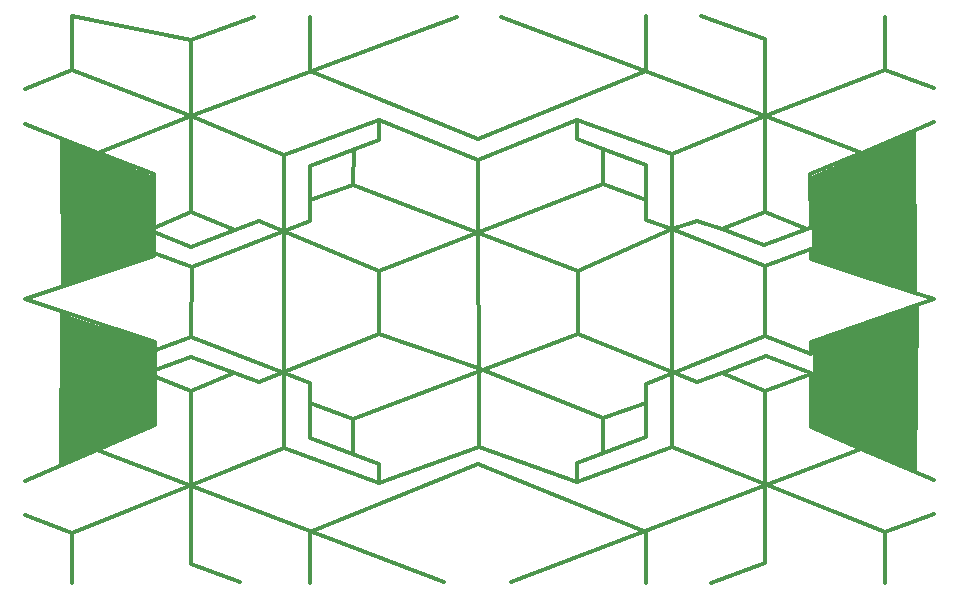
<source format=gbo>
G75*
%MOIN*%
%OFA0B0*%
%FSLAX25Y25*%
%IPPOS*%
%LPD*%
%AMOC8*
5,1,8,0,0,1.08239X$1,22.5*
%
%ADD10C,0.01200*%
%ADD11C,0.00100*%
D10*
X0017339Y0001600D02*
X0017339Y0018271D01*
X0088168Y0046609D01*
X0119747Y0034964D01*
X0119747Y0041380D01*
X0096754Y0050018D01*
X0096754Y0061460D01*
X0111162Y0056266D01*
X0186017Y0084671D01*
X0186109Y0105664D01*
X0111162Y0134344D01*
X0096783Y0129255D01*
X0096754Y0122240D02*
X0096754Y0140593D01*
X0119747Y0149231D01*
X0119747Y0155854D01*
X0152804Y0142531D01*
X0185836Y0156037D01*
X0185836Y0149414D01*
X0194358Y0146213D01*
X0194421Y0134527D01*
X0119566Y0105701D01*
X0079877Y0122114D01*
X0071812Y0119298D01*
X0057046Y0125107D01*
X0057046Y0157143D01*
X0145644Y0190233D01*
X0160431Y0190233D02*
X0248537Y0157326D01*
X0288244Y0172522D01*
X0304750Y0166535D01*
X0288244Y0172522D02*
X0288244Y0190233D01*
X0248537Y0182775D02*
X0227195Y0190576D01*
X0208800Y0190576D02*
X0208800Y0172167D01*
X0152804Y0149414D01*
X0096768Y0172179D01*
X0096768Y0190233D01*
X0077950Y0190233D02*
X0057046Y0182591D01*
X0017339Y0190576D01*
X0017339Y0172484D01*
X0057046Y0157143D01*
X0026149Y0144933D01*
X0001600Y0154448D01*
X0001600Y0166353D02*
X0017339Y0172484D01*
X0057046Y0182591D02*
X0057046Y0157143D01*
X0088168Y0144394D01*
X0088168Y0046609D01*
X0096754Y0061460D02*
X0096754Y0068371D01*
X0056983Y0083697D01*
X0045321Y0079322D01*
X0045187Y0081649D02*
X0045137Y0054249D01*
X0045187Y0054249D02*
X0025773Y0045879D01*
X0025784Y0045867D02*
X0141267Y0001973D01*
X0163721Y0001973D02*
X0280494Y0046152D01*
X0304750Y0035796D01*
X0304750Y0024442D02*
X0288244Y0018455D01*
X0288244Y0001600D01*
X0288244Y0018455D02*
X0217415Y0046792D01*
X0185836Y0035147D01*
X0185836Y0041563D01*
X0208721Y0050201D01*
X0208721Y0061743D01*
X0208721Y0067933D01*
X0248537Y0083880D01*
X0248537Y0107097D01*
X0217296Y0119481D01*
X0186109Y0105664D01*
X0208829Y0122423D02*
X0217296Y0119481D01*
X0225705Y0122297D01*
X0233982Y0119564D01*
X0248537Y0125291D01*
X0262480Y0119564D01*
X0263390Y0119760D02*
X0248080Y0114274D01*
X0233982Y0119564D01*
X0248537Y0125291D02*
X0248537Y0157326D01*
X0280564Y0145042D01*
X0304750Y0155384D01*
X0280534Y0145017D02*
X0263537Y0137799D01*
X0263592Y0119884D01*
X0263617Y0112931D02*
X0248537Y0107097D01*
X0263637Y0109449D02*
X0263637Y0112899D01*
X0263637Y0109449D02*
X0280587Y0103999D01*
X0280696Y0103990D02*
X0304750Y0096088D01*
X0304687Y0096149D02*
X0263637Y0081999D01*
X0263587Y0078199D01*
X0263567Y0077973D02*
X0248537Y0083880D01*
X0248600Y0077095D02*
X0234157Y0071673D01*
X0248537Y0065686D01*
X0263629Y0071330D01*
X0263662Y0071229D02*
X0263687Y0053449D01*
X0280506Y0046153D01*
X0248537Y0065686D02*
X0248537Y0008202D01*
X0230475Y0001600D01*
X0208721Y0001600D02*
X0208721Y0018619D01*
X0152804Y0041107D01*
X0096680Y0018598D01*
X0096680Y0001600D01*
X0073310Y0002058D02*
X0057046Y0008019D01*
X0057046Y0065503D01*
X0071427Y0071490D01*
X0079877Y0068497D02*
X0119566Y0084487D01*
X0152779Y0073180D01*
X0194358Y0056475D01*
X0194358Y0045107D01*
X0185836Y0035147D02*
X0153111Y0046860D01*
X0119747Y0034964D01*
X0111162Y0044581D02*
X0111162Y0056266D01*
X0079877Y0068497D02*
X0056983Y0076912D01*
X0045143Y0072483D01*
X0045239Y0070180D02*
X0057046Y0065503D01*
X0045099Y0081767D02*
X0001600Y0096088D01*
X0044649Y0110641D01*
X0044637Y0110599D02*
X0044637Y0137749D01*
X0026237Y0144949D01*
X0044687Y0120049D02*
X0057137Y0125099D01*
X0056983Y0113699D02*
X0044734Y0118586D01*
X0044649Y0111678D02*
X0057326Y0106914D01*
X0056983Y0083697D01*
X0057326Y0106914D02*
X0096754Y0122240D01*
X0111162Y0134344D02*
X0111224Y0145870D01*
X0119747Y0155854D02*
X0088168Y0144394D01*
X0071812Y0119298D02*
X0056983Y0113699D01*
X0119566Y0105701D02*
X0119566Y0084487D01*
X0153111Y0046860D02*
X0152804Y0142531D01*
X0185836Y0156037D02*
X0217415Y0144597D01*
X0217415Y0046792D01*
X0208721Y0061743D02*
X0194358Y0056475D01*
X0186017Y0084671D02*
X0225705Y0068680D01*
X0234157Y0071673D01*
X0248600Y0077095D02*
X0263651Y0071467D01*
X0208829Y0122423D02*
X0208829Y0140776D01*
X0194358Y0146213D01*
X0194421Y0134527D02*
X0208665Y0129255D01*
X0217415Y0144597D02*
X0248537Y0157326D01*
X0248537Y0182775D01*
X0025784Y0045867D02*
X0001600Y0035615D01*
X0001600Y0024257D02*
X0017339Y0018271D01*
D11*
X0013156Y0041127D02*
X0013407Y0091541D01*
X0014279Y0091276D01*
X0044586Y0081302D01*
X0044537Y0054626D01*
X0013156Y0041127D01*
X0013156Y0041193D02*
X0013308Y0041193D01*
X0013157Y0041291D02*
X0013537Y0041291D01*
X0013766Y0041390D02*
X0013157Y0041390D01*
X0013158Y0041488D02*
X0013995Y0041488D01*
X0014224Y0041587D02*
X0013158Y0041587D01*
X0013159Y0041685D02*
X0014453Y0041685D01*
X0014682Y0041784D02*
X0013159Y0041784D01*
X0013160Y0041882D02*
X0014911Y0041882D01*
X0015140Y0041981D02*
X0013160Y0041981D01*
X0013160Y0042079D02*
X0015369Y0042079D01*
X0015598Y0042178D02*
X0013161Y0042178D01*
X0013161Y0042276D02*
X0015827Y0042276D01*
X0016056Y0042375D02*
X0013162Y0042375D01*
X0013162Y0042473D02*
X0016285Y0042473D01*
X0016514Y0042572D02*
X0013163Y0042572D01*
X0013163Y0042670D02*
X0016743Y0042670D01*
X0016972Y0042769D02*
X0013164Y0042769D01*
X0013164Y0042867D02*
X0017201Y0042867D01*
X0017430Y0042966D02*
X0013165Y0042966D01*
X0013165Y0043064D02*
X0017659Y0043064D01*
X0017888Y0043163D02*
X0013166Y0043163D01*
X0013166Y0043262D02*
X0018117Y0043262D01*
X0018346Y0043360D02*
X0013167Y0043360D01*
X0013167Y0043459D02*
X0018575Y0043459D01*
X0018804Y0043557D02*
X0013168Y0043557D01*
X0013168Y0043656D02*
X0019033Y0043656D01*
X0019262Y0043754D02*
X0013169Y0043754D01*
X0013169Y0043853D02*
X0019491Y0043853D01*
X0019720Y0043951D02*
X0013170Y0043951D01*
X0013170Y0044050D02*
X0019949Y0044050D01*
X0020178Y0044148D02*
X0013171Y0044148D01*
X0013171Y0044247D02*
X0020407Y0044247D01*
X0020636Y0044345D02*
X0013172Y0044345D01*
X0013172Y0044444D02*
X0020865Y0044444D01*
X0021094Y0044542D02*
X0013173Y0044542D01*
X0013173Y0044641D02*
X0021323Y0044641D01*
X0021552Y0044739D02*
X0013174Y0044739D01*
X0013174Y0044838D02*
X0021781Y0044838D01*
X0022010Y0044936D02*
X0013175Y0044936D01*
X0013175Y0045035D02*
X0022239Y0045035D01*
X0022468Y0045133D02*
X0013176Y0045133D01*
X0013176Y0045232D02*
X0022697Y0045232D01*
X0022926Y0045330D02*
X0013177Y0045330D01*
X0013177Y0045429D02*
X0023155Y0045429D01*
X0023384Y0045527D02*
X0013178Y0045527D01*
X0013178Y0045626D02*
X0023613Y0045626D01*
X0023842Y0045724D02*
X0013179Y0045724D01*
X0013179Y0045823D02*
X0024071Y0045823D01*
X0024300Y0045921D02*
X0013180Y0045921D01*
X0013180Y0046020D02*
X0024529Y0046020D01*
X0024758Y0046118D02*
X0013181Y0046118D01*
X0013181Y0046217D02*
X0024987Y0046217D01*
X0025216Y0046315D02*
X0013182Y0046315D01*
X0013182Y0046414D02*
X0025445Y0046414D01*
X0025674Y0046512D02*
X0013183Y0046512D01*
X0013183Y0046611D02*
X0025903Y0046611D01*
X0026132Y0046709D02*
X0013184Y0046709D01*
X0013184Y0046808D02*
X0026361Y0046808D01*
X0026590Y0046906D02*
X0013185Y0046906D01*
X0013185Y0047005D02*
X0026819Y0047005D01*
X0027048Y0047103D02*
X0013186Y0047103D01*
X0013186Y0047202D02*
X0027278Y0047202D01*
X0027507Y0047300D02*
X0013187Y0047300D01*
X0013187Y0047399D02*
X0027736Y0047399D01*
X0027965Y0047497D02*
X0013187Y0047497D01*
X0013188Y0047596D02*
X0028194Y0047596D01*
X0028423Y0047695D02*
X0013188Y0047695D01*
X0013189Y0047793D02*
X0028652Y0047793D01*
X0028881Y0047892D02*
X0013189Y0047892D01*
X0013190Y0047990D02*
X0029110Y0047990D01*
X0029339Y0048089D02*
X0013190Y0048089D01*
X0013191Y0048187D02*
X0029568Y0048187D01*
X0029797Y0048286D02*
X0013191Y0048286D01*
X0013192Y0048384D02*
X0030026Y0048384D01*
X0030255Y0048483D02*
X0013192Y0048483D01*
X0013193Y0048581D02*
X0030484Y0048581D01*
X0030713Y0048680D02*
X0013193Y0048680D01*
X0013194Y0048778D02*
X0030942Y0048778D01*
X0031171Y0048877D02*
X0013194Y0048877D01*
X0013195Y0048975D02*
X0031400Y0048975D01*
X0031629Y0049074D02*
X0013195Y0049074D01*
X0013196Y0049172D02*
X0031858Y0049172D01*
X0032087Y0049271D02*
X0013196Y0049271D01*
X0013197Y0049369D02*
X0032316Y0049369D01*
X0032545Y0049468D02*
X0013197Y0049468D01*
X0013198Y0049566D02*
X0032774Y0049566D01*
X0033003Y0049665D02*
X0013198Y0049665D01*
X0013199Y0049763D02*
X0033232Y0049763D01*
X0033461Y0049862D02*
X0013199Y0049862D01*
X0013200Y0049960D02*
X0033690Y0049960D01*
X0033919Y0050059D02*
X0013200Y0050059D01*
X0013201Y0050157D02*
X0034148Y0050157D01*
X0034377Y0050256D02*
X0013201Y0050256D01*
X0013202Y0050354D02*
X0034606Y0050354D01*
X0034835Y0050453D02*
X0013202Y0050453D01*
X0013203Y0050551D02*
X0035064Y0050551D01*
X0035293Y0050650D02*
X0013203Y0050650D01*
X0013204Y0050748D02*
X0035522Y0050748D01*
X0035751Y0050847D02*
X0013204Y0050847D01*
X0013205Y0050945D02*
X0035980Y0050945D01*
X0036209Y0051044D02*
X0013205Y0051044D01*
X0013206Y0051142D02*
X0036438Y0051142D01*
X0036667Y0051241D02*
X0013206Y0051241D01*
X0013207Y0051339D02*
X0036896Y0051339D01*
X0037125Y0051438D02*
X0013207Y0051438D01*
X0013208Y0051536D02*
X0037354Y0051536D01*
X0037583Y0051635D02*
X0013208Y0051635D01*
X0013209Y0051733D02*
X0037812Y0051733D01*
X0038041Y0051832D02*
X0013209Y0051832D01*
X0013210Y0051930D02*
X0038270Y0051930D01*
X0038499Y0052029D02*
X0013210Y0052029D01*
X0013211Y0052128D02*
X0038728Y0052128D01*
X0038957Y0052226D02*
X0013211Y0052226D01*
X0013212Y0052325D02*
X0039186Y0052325D01*
X0039415Y0052423D02*
X0013212Y0052423D01*
X0013213Y0052522D02*
X0039644Y0052522D01*
X0039873Y0052620D02*
X0013213Y0052620D01*
X0013214Y0052719D02*
X0040102Y0052719D01*
X0040331Y0052817D02*
X0013214Y0052817D01*
X0013214Y0052916D02*
X0040560Y0052916D01*
X0040789Y0053014D02*
X0013215Y0053014D01*
X0013215Y0053113D02*
X0041018Y0053113D01*
X0041247Y0053211D02*
X0013216Y0053211D01*
X0013216Y0053310D02*
X0041476Y0053310D01*
X0041705Y0053408D02*
X0013217Y0053408D01*
X0013217Y0053507D02*
X0041934Y0053507D01*
X0042163Y0053605D02*
X0013218Y0053605D01*
X0013218Y0053704D02*
X0042392Y0053704D01*
X0042621Y0053802D02*
X0013219Y0053802D01*
X0013219Y0053901D02*
X0042850Y0053901D01*
X0043079Y0053999D02*
X0013220Y0053999D01*
X0013220Y0054098D02*
X0043308Y0054098D01*
X0043537Y0054196D02*
X0013221Y0054196D01*
X0013221Y0054295D02*
X0043766Y0054295D01*
X0043995Y0054393D02*
X0013222Y0054393D01*
X0013222Y0054492D02*
X0044224Y0054492D01*
X0044453Y0054590D02*
X0013223Y0054590D01*
X0013223Y0054689D02*
X0044537Y0054689D01*
X0044537Y0054787D02*
X0013224Y0054787D01*
X0013224Y0054886D02*
X0044537Y0054886D01*
X0044538Y0054984D02*
X0013225Y0054984D01*
X0013225Y0055083D02*
X0044538Y0055083D01*
X0044538Y0055181D02*
X0013226Y0055181D01*
X0013226Y0055280D02*
X0044538Y0055280D01*
X0044538Y0055378D02*
X0013227Y0055378D01*
X0013227Y0055477D02*
X0044539Y0055477D01*
X0044539Y0055575D02*
X0013228Y0055575D01*
X0013228Y0055674D02*
X0044539Y0055674D01*
X0044539Y0055772D02*
X0013229Y0055772D01*
X0013229Y0055871D02*
X0044539Y0055871D01*
X0044539Y0055969D02*
X0013230Y0055969D01*
X0013230Y0056068D02*
X0044540Y0056068D01*
X0044540Y0056166D02*
X0013231Y0056166D01*
X0013231Y0056265D02*
X0044540Y0056265D01*
X0044540Y0056364D02*
X0013232Y0056364D01*
X0013232Y0056462D02*
X0044540Y0056462D01*
X0044541Y0056561D02*
X0013233Y0056561D01*
X0013233Y0056659D02*
X0044541Y0056659D01*
X0044541Y0056758D02*
X0013234Y0056758D01*
X0013234Y0056856D02*
X0044541Y0056856D01*
X0044541Y0056955D02*
X0013235Y0056955D01*
X0013235Y0057053D02*
X0044541Y0057053D01*
X0044542Y0057152D02*
X0013236Y0057152D01*
X0013236Y0057250D02*
X0044542Y0057250D01*
X0044542Y0057349D02*
X0013237Y0057349D01*
X0013237Y0057447D02*
X0044542Y0057447D01*
X0044542Y0057546D02*
X0013238Y0057546D01*
X0013238Y0057644D02*
X0044542Y0057644D01*
X0044543Y0057743D02*
X0013239Y0057743D01*
X0013239Y0057841D02*
X0044543Y0057841D01*
X0044543Y0057940D02*
X0013240Y0057940D01*
X0013240Y0058038D02*
X0044543Y0058038D01*
X0044543Y0058137D02*
X0013241Y0058137D01*
X0013241Y0058235D02*
X0044544Y0058235D01*
X0044544Y0058334D02*
X0013241Y0058334D01*
X0013242Y0058432D02*
X0044544Y0058432D01*
X0044544Y0058531D02*
X0013242Y0058531D01*
X0013243Y0058629D02*
X0044544Y0058629D01*
X0044544Y0058728D02*
X0013243Y0058728D01*
X0013244Y0058826D02*
X0044545Y0058826D01*
X0044545Y0058925D02*
X0013244Y0058925D01*
X0013245Y0059023D02*
X0044545Y0059023D01*
X0044545Y0059122D02*
X0013245Y0059122D01*
X0013246Y0059220D02*
X0044545Y0059220D01*
X0044546Y0059319D02*
X0013246Y0059319D01*
X0013247Y0059417D02*
X0044546Y0059417D01*
X0044546Y0059516D02*
X0013247Y0059516D01*
X0013248Y0059614D02*
X0044546Y0059614D01*
X0044546Y0059713D02*
X0013248Y0059713D01*
X0013249Y0059811D02*
X0044546Y0059811D01*
X0044547Y0059910D02*
X0013249Y0059910D01*
X0013250Y0060008D02*
X0044547Y0060008D01*
X0044547Y0060107D02*
X0013250Y0060107D01*
X0013251Y0060205D02*
X0044547Y0060205D01*
X0044547Y0060304D02*
X0013251Y0060304D01*
X0013252Y0060402D02*
X0044548Y0060402D01*
X0044548Y0060501D02*
X0013252Y0060501D01*
X0013253Y0060599D02*
X0044548Y0060599D01*
X0044548Y0060698D02*
X0013253Y0060698D01*
X0013254Y0060797D02*
X0044548Y0060797D01*
X0044548Y0060895D02*
X0013254Y0060895D01*
X0013255Y0060994D02*
X0044549Y0060994D01*
X0044549Y0061092D02*
X0013255Y0061092D01*
X0013256Y0061191D02*
X0044549Y0061191D01*
X0044549Y0061289D02*
X0013256Y0061289D01*
X0013257Y0061388D02*
X0044549Y0061388D01*
X0044550Y0061486D02*
X0013257Y0061486D01*
X0013258Y0061585D02*
X0044550Y0061585D01*
X0044550Y0061683D02*
X0013258Y0061683D01*
X0013259Y0061782D02*
X0044550Y0061782D01*
X0044550Y0061880D02*
X0013259Y0061880D01*
X0013260Y0061979D02*
X0044550Y0061979D01*
X0044551Y0062077D02*
X0013260Y0062077D01*
X0013261Y0062176D02*
X0044551Y0062176D01*
X0044551Y0062274D02*
X0013261Y0062274D01*
X0013262Y0062373D02*
X0044551Y0062373D01*
X0044551Y0062471D02*
X0013262Y0062471D01*
X0013263Y0062570D02*
X0044552Y0062570D01*
X0044552Y0062668D02*
X0013263Y0062668D01*
X0013264Y0062767D02*
X0044552Y0062767D01*
X0044552Y0062865D02*
X0013264Y0062865D01*
X0013265Y0062964D02*
X0044552Y0062964D01*
X0044552Y0063062D02*
X0013265Y0063062D01*
X0013266Y0063161D02*
X0044553Y0063161D01*
X0044553Y0063259D02*
X0013266Y0063259D01*
X0013267Y0063358D02*
X0044553Y0063358D01*
X0044553Y0063456D02*
X0013267Y0063456D01*
X0013268Y0063555D02*
X0044553Y0063555D01*
X0044554Y0063653D02*
X0013268Y0063653D01*
X0013269Y0063752D02*
X0044554Y0063752D01*
X0044554Y0063850D02*
X0013269Y0063850D01*
X0013269Y0063949D02*
X0044554Y0063949D01*
X0044554Y0064047D02*
X0013270Y0064047D01*
X0013270Y0064146D02*
X0044554Y0064146D01*
X0044555Y0064244D02*
X0013271Y0064244D01*
X0013271Y0064343D02*
X0044555Y0064343D01*
X0044555Y0064441D02*
X0013272Y0064441D01*
X0013272Y0064540D02*
X0044555Y0064540D01*
X0044555Y0064638D02*
X0013273Y0064638D01*
X0013273Y0064737D02*
X0044556Y0064737D01*
X0044556Y0064835D02*
X0013274Y0064835D01*
X0013274Y0064934D02*
X0044556Y0064934D01*
X0044556Y0065033D02*
X0013275Y0065033D01*
X0013275Y0065131D02*
X0044556Y0065131D01*
X0044556Y0065230D02*
X0013276Y0065230D01*
X0013276Y0065328D02*
X0044557Y0065328D01*
X0044557Y0065427D02*
X0013277Y0065427D01*
X0013277Y0065525D02*
X0044557Y0065525D01*
X0044557Y0065624D02*
X0013278Y0065624D01*
X0013278Y0065722D02*
X0044557Y0065722D01*
X0044558Y0065821D02*
X0013279Y0065821D01*
X0013279Y0065919D02*
X0044558Y0065919D01*
X0044558Y0066018D02*
X0013280Y0066018D01*
X0013280Y0066116D02*
X0044558Y0066116D01*
X0044558Y0066215D02*
X0013281Y0066215D01*
X0013281Y0066313D02*
X0044558Y0066313D01*
X0044559Y0066412D02*
X0013282Y0066412D01*
X0013282Y0066510D02*
X0044559Y0066510D01*
X0044559Y0066609D02*
X0013283Y0066609D01*
X0013283Y0066707D02*
X0044559Y0066707D01*
X0044559Y0066806D02*
X0013284Y0066806D01*
X0013284Y0066904D02*
X0044559Y0066904D01*
X0044560Y0067003D02*
X0013285Y0067003D01*
X0013285Y0067101D02*
X0044560Y0067101D01*
X0044560Y0067200D02*
X0013286Y0067200D01*
X0013286Y0067298D02*
X0044560Y0067298D01*
X0044560Y0067397D02*
X0013287Y0067397D01*
X0013287Y0067495D02*
X0044561Y0067495D01*
X0044561Y0067594D02*
X0013288Y0067594D01*
X0013288Y0067692D02*
X0044561Y0067692D01*
X0044561Y0067791D02*
X0013289Y0067791D01*
X0013289Y0067889D02*
X0044561Y0067889D01*
X0044561Y0067988D02*
X0013290Y0067988D01*
X0013290Y0068086D02*
X0044562Y0068086D01*
X0044562Y0068185D02*
X0013291Y0068185D01*
X0013291Y0068283D02*
X0044562Y0068283D01*
X0044562Y0068382D02*
X0013292Y0068382D01*
X0013292Y0068480D02*
X0044562Y0068480D01*
X0044563Y0068579D02*
X0013293Y0068579D01*
X0013293Y0068677D02*
X0044563Y0068677D01*
X0044563Y0068776D02*
X0013294Y0068776D01*
X0013294Y0068874D02*
X0044563Y0068874D01*
X0044563Y0068973D02*
X0013295Y0068973D01*
X0013295Y0069071D02*
X0044563Y0069071D01*
X0044564Y0069170D02*
X0013295Y0069170D01*
X0013296Y0069268D02*
X0044564Y0069268D01*
X0044564Y0069367D02*
X0013296Y0069367D01*
X0013297Y0069466D02*
X0044564Y0069466D01*
X0044564Y0069564D02*
X0013297Y0069564D01*
X0013298Y0069663D02*
X0044565Y0069663D01*
X0044565Y0069761D02*
X0013298Y0069761D01*
X0013299Y0069860D02*
X0044565Y0069860D01*
X0044565Y0069958D02*
X0013299Y0069958D01*
X0013300Y0070057D02*
X0044565Y0070057D01*
X0044565Y0070155D02*
X0013300Y0070155D01*
X0013301Y0070254D02*
X0044566Y0070254D01*
X0044566Y0070352D02*
X0013301Y0070352D01*
X0013302Y0070451D02*
X0044566Y0070451D01*
X0044566Y0070549D02*
X0013302Y0070549D01*
X0013303Y0070648D02*
X0044566Y0070648D01*
X0044567Y0070746D02*
X0013303Y0070746D01*
X0013304Y0070845D02*
X0044567Y0070845D01*
X0044567Y0070943D02*
X0013304Y0070943D01*
X0013305Y0071042D02*
X0044567Y0071042D01*
X0044567Y0071140D02*
X0013305Y0071140D01*
X0013306Y0071239D02*
X0044567Y0071239D01*
X0044568Y0071337D02*
X0013306Y0071337D01*
X0013307Y0071436D02*
X0044568Y0071436D01*
X0044568Y0071534D02*
X0013307Y0071534D01*
X0013308Y0071633D02*
X0044568Y0071633D01*
X0044568Y0071731D02*
X0013308Y0071731D01*
X0013309Y0071830D02*
X0044569Y0071830D01*
X0044569Y0071928D02*
X0013309Y0071928D01*
X0013310Y0072027D02*
X0044569Y0072027D01*
X0044569Y0072125D02*
X0013310Y0072125D01*
X0013311Y0072224D02*
X0044569Y0072224D01*
X0044569Y0072322D02*
X0013311Y0072322D01*
X0013312Y0072421D02*
X0044570Y0072421D01*
X0044570Y0072519D02*
X0013312Y0072519D01*
X0013313Y0072618D02*
X0044570Y0072618D01*
X0044570Y0072716D02*
X0013313Y0072716D01*
X0013314Y0072815D02*
X0044570Y0072815D01*
X0044571Y0072913D02*
X0013314Y0072913D01*
X0013315Y0073012D02*
X0044571Y0073012D01*
X0044571Y0073110D02*
X0013315Y0073110D01*
X0013316Y0073209D02*
X0044571Y0073209D01*
X0044571Y0073307D02*
X0013316Y0073307D01*
X0013317Y0073406D02*
X0044571Y0073406D01*
X0044572Y0073504D02*
X0013317Y0073504D01*
X0013318Y0073603D02*
X0044572Y0073603D01*
X0044572Y0073702D02*
X0013318Y0073702D01*
X0013319Y0073800D02*
X0044572Y0073800D01*
X0044572Y0073899D02*
X0013319Y0073899D01*
X0013320Y0073997D02*
X0044573Y0073997D01*
X0044573Y0074096D02*
X0013320Y0074096D01*
X0013321Y0074194D02*
X0044573Y0074194D01*
X0044573Y0074293D02*
X0013321Y0074293D01*
X0013322Y0074391D02*
X0044573Y0074391D01*
X0044573Y0074490D02*
X0013322Y0074490D01*
X0013323Y0074588D02*
X0044574Y0074588D01*
X0044574Y0074687D02*
X0013323Y0074687D01*
X0013323Y0074785D02*
X0044574Y0074785D01*
X0044574Y0074884D02*
X0013324Y0074884D01*
X0013324Y0074982D02*
X0044574Y0074982D01*
X0044575Y0075081D02*
X0013325Y0075081D01*
X0013325Y0075179D02*
X0044575Y0075179D01*
X0044575Y0075278D02*
X0013326Y0075278D01*
X0013326Y0075376D02*
X0044575Y0075376D01*
X0044575Y0075475D02*
X0013327Y0075475D01*
X0013327Y0075573D02*
X0044575Y0075573D01*
X0044576Y0075672D02*
X0013328Y0075672D01*
X0013328Y0075770D02*
X0044576Y0075770D01*
X0044576Y0075869D02*
X0013329Y0075869D01*
X0013329Y0075967D02*
X0044576Y0075967D01*
X0044576Y0076066D02*
X0013330Y0076066D01*
X0013330Y0076164D02*
X0044577Y0076164D01*
X0044577Y0076263D02*
X0013331Y0076263D01*
X0013331Y0076361D02*
X0044577Y0076361D01*
X0044577Y0076460D02*
X0013332Y0076460D01*
X0013332Y0076558D02*
X0044577Y0076558D01*
X0044577Y0076657D02*
X0013333Y0076657D01*
X0013333Y0076755D02*
X0044578Y0076755D01*
X0044578Y0076854D02*
X0013334Y0076854D01*
X0013334Y0076952D02*
X0044578Y0076952D01*
X0044578Y0077051D02*
X0013335Y0077051D01*
X0013335Y0077149D02*
X0044578Y0077149D01*
X0044578Y0077248D02*
X0013336Y0077248D01*
X0013336Y0077346D02*
X0044579Y0077346D01*
X0044579Y0077445D02*
X0013337Y0077445D01*
X0013337Y0077543D02*
X0044579Y0077543D01*
X0044579Y0077642D02*
X0013338Y0077642D01*
X0013338Y0077740D02*
X0044579Y0077740D01*
X0044580Y0077839D02*
X0013339Y0077839D01*
X0013339Y0077937D02*
X0044580Y0077937D01*
X0044580Y0078036D02*
X0013340Y0078036D01*
X0013340Y0078135D02*
X0044580Y0078135D01*
X0044580Y0078233D02*
X0013341Y0078233D01*
X0013341Y0078332D02*
X0044580Y0078332D01*
X0044581Y0078430D02*
X0013342Y0078430D01*
X0013342Y0078529D02*
X0044581Y0078529D01*
X0044581Y0078627D02*
X0013343Y0078627D01*
X0013343Y0078726D02*
X0044581Y0078726D01*
X0044581Y0078824D02*
X0013344Y0078824D01*
X0013344Y0078923D02*
X0044582Y0078923D01*
X0044582Y0079021D02*
X0013345Y0079021D01*
X0013345Y0079120D02*
X0044582Y0079120D01*
X0044582Y0079218D02*
X0013346Y0079218D01*
X0013346Y0079317D02*
X0044582Y0079317D01*
X0044582Y0079415D02*
X0013347Y0079415D01*
X0013347Y0079514D02*
X0044583Y0079514D01*
X0044583Y0079612D02*
X0013348Y0079612D01*
X0013348Y0079711D02*
X0044583Y0079711D01*
X0044583Y0079809D02*
X0013349Y0079809D01*
X0013349Y0079908D02*
X0044583Y0079908D01*
X0044584Y0080006D02*
X0013349Y0080006D01*
X0013350Y0080105D02*
X0044584Y0080105D01*
X0044584Y0080203D02*
X0013350Y0080203D01*
X0013351Y0080302D02*
X0044584Y0080302D01*
X0044584Y0080400D02*
X0013351Y0080400D01*
X0013352Y0080499D02*
X0044584Y0080499D01*
X0044585Y0080597D02*
X0013352Y0080597D01*
X0013353Y0080696D02*
X0044585Y0080696D01*
X0044585Y0080794D02*
X0013353Y0080794D01*
X0013354Y0080893D02*
X0044585Y0080893D01*
X0044585Y0080991D02*
X0013354Y0080991D01*
X0013355Y0081090D02*
X0044586Y0081090D01*
X0044586Y0081188D02*
X0013355Y0081188D01*
X0013356Y0081287D02*
X0044586Y0081287D01*
X0044332Y0081385D02*
X0013356Y0081385D01*
X0013357Y0081484D02*
X0044032Y0081484D01*
X0043733Y0081582D02*
X0013357Y0081582D01*
X0013358Y0081681D02*
X0043434Y0081681D01*
X0043134Y0081779D02*
X0013358Y0081779D01*
X0013359Y0081878D02*
X0042835Y0081878D01*
X0042536Y0081976D02*
X0013359Y0081976D01*
X0013360Y0082075D02*
X0042236Y0082075D01*
X0041937Y0082173D02*
X0013360Y0082173D01*
X0013361Y0082272D02*
X0041637Y0082272D01*
X0041338Y0082370D02*
X0013361Y0082370D01*
X0013362Y0082469D02*
X0041039Y0082469D01*
X0040739Y0082568D02*
X0013362Y0082568D01*
X0013363Y0082666D02*
X0040440Y0082666D01*
X0040141Y0082765D02*
X0013363Y0082765D01*
X0013364Y0082863D02*
X0039841Y0082863D01*
X0039542Y0082962D02*
X0013364Y0082962D01*
X0013365Y0083060D02*
X0039243Y0083060D01*
X0038943Y0083159D02*
X0013365Y0083159D01*
X0013366Y0083257D02*
X0038644Y0083257D01*
X0038345Y0083356D02*
X0013366Y0083356D01*
X0013367Y0083454D02*
X0038045Y0083454D01*
X0037746Y0083553D02*
X0013367Y0083553D01*
X0013368Y0083651D02*
X0037447Y0083651D01*
X0037147Y0083750D02*
X0013368Y0083750D01*
X0013369Y0083848D02*
X0036848Y0083848D01*
X0036549Y0083947D02*
X0013369Y0083947D01*
X0013370Y0084045D02*
X0036249Y0084045D01*
X0035950Y0084144D02*
X0013370Y0084144D01*
X0013371Y0084242D02*
X0035651Y0084242D01*
X0035351Y0084341D02*
X0013371Y0084341D01*
X0013372Y0084439D02*
X0035052Y0084439D01*
X0034753Y0084538D02*
X0013372Y0084538D01*
X0013373Y0084636D02*
X0034453Y0084636D01*
X0034154Y0084735D02*
X0013373Y0084735D01*
X0013374Y0084833D02*
X0033855Y0084833D01*
X0033555Y0084932D02*
X0013374Y0084932D01*
X0013375Y0085030D02*
X0033256Y0085030D01*
X0032957Y0085129D02*
X0013375Y0085129D01*
X0013376Y0085227D02*
X0032657Y0085227D01*
X0032358Y0085326D02*
X0013376Y0085326D01*
X0013377Y0085424D02*
X0032059Y0085424D01*
X0031759Y0085523D02*
X0013377Y0085523D01*
X0013377Y0085621D02*
X0031460Y0085621D01*
X0031160Y0085720D02*
X0013378Y0085720D01*
X0013378Y0085818D02*
X0030861Y0085818D01*
X0030562Y0085917D02*
X0013379Y0085917D01*
X0013379Y0086015D02*
X0030262Y0086015D01*
X0029963Y0086114D02*
X0013380Y0086114D01*
X0013380Y0086212D02*
X0029664Y0086212D01*
X0029364Y0086311D02*
X0013381Y0086311D01*
X0013381Y0086409D02*
X0029065Y0086409D01*
X0028766Y0086508D02*
X0013382Y0086508D01*
X0013382Y0086606D02*
X0028466Y0086606D01*
X0028167Y0086705D02*
X0013383Y0086705D01*
X0013383Y0086804D02*
X0027868Y0086804D01*
X0027568Y0086902D02*
X0013384Y0086902D01*
X0013384Y0087001D02*
X0027269Y0087001D01*
X0026970Y0087099D02*
X0013385Y0087099D01*
X0013385Y0087198D02*
X0026670Y0087198D01*
X0026371Y0087296D02*
X0013386Y0087296D01*
X0013386Y0087395D02*
X0026072Y0087395D01*
X0025772Y0087493D02*
X0013387Y0087493D01*
X0013387Y0087592D02*
X0025473Y0087592D01*
X0025174Y0087690D02*
X0013388Y0087690D01*
X0013388Y0087789D02*
X0024874Y0087789D01*
X0024575Y0087887D02*
X0013389Y0087887D01*
X0013389Y0087986D02*
X0024276Y0087986D01*
X0023976Y0088084D02*
X0013390Y0088084D01*
X0013390Y0088183D02*
X0023677Y0088183D01*
X0023378Y0088281D02*
X0013391Y0088281D01*
X0013391Y0088380D02*
X0023078Y0088380D01*
X0022779Y0088478D02*
X0013392Y0088478D01*
X0013392Y0088577D02*
X0022480Y0088577D01*
X0022180Y0088675D02*
X0013393Y0088675D01*
X0013393Y0088774D02*
X0021881Y0088774D01*
X0021581Y0088872D02*
X0013394Y0088872D01*
X0013394Y0088971D02*
X0021282Y0088971D01*
X0020983Y0089069D02*
X0013395Y0089069D01*
X0013395Y0089168D02*
X0020683Y0089168D01*
X0020384Y0089266D02*
X0013396Y0089266D01*
X0013396Y0089365D02*
X0020085Y0089365D01*
X0019785Y0089463D02*
X0013397Y0089463D01*
X0013397Y0089562D02*
X0019486Y0089562D01*
X0019187Y0089660D02*
X0013398Y0089660D01*
X0013398Y0089759D02*
X0018887Y0089759D01*
X0018588Y0089857D02*
X0013399Y0089857D01*
X0013399Y0089956D02*
X0018289Y0089956D01*
X0017989Y0090054D02*
X0013400Y0090054D01*
X0013400Y0090153D02*
X0017690Y0090153D01*
X0017391Y0090251D02*
X0013401Y0090251D01*
X0013401Y0090350D02*
X0017091Y0090350D01*
X0016792Y0090448D02*
X0013402Y0090448D01*
X0013402Y0090547D02*
X0016493Y0090547D01*
X0016193Y0090645D02*
X0013403Y0090645D01*
X0013403Y0090744D02*
X0015894Y0090744D01*
X0015595Y0090842D02*
X0013403Y0090842D01*
X0013404Y0090941D02*
X0015295Y0090941D01*
X0014996Y0091039D02*
X0013404Y0091039D01*
X0013405Y0091138D02*
X0014697Y0091138D01*
X0014397Y0091237D02*
X0013405Y0091237D01*
X0013406Y0091335D02*
X0014084Y0091335D01*
X0013760Y0091434D02*
X0013406Y0091434D01*
X0013407Y0091532D02*
X0013437Y0091532D01*
X0013799Y0100849D02*
X0013825Y0100869D01*
X0044051Y0111077D01*
X0044034Y0137344D01*
X0013438Y0149213D01*
X0013799Y0100849D01*
X0013798Y0100891D02*
X0013889Y0100891D01*
X0013798Y0100989D02*
X0014181Y0100989D01*
X0014472Y0101088D02*
X0013797Y0101088D01*
X0013796Y0101186D02*
X0014764Y0101186D01*
X0015056Y0101285D02*
X0013795Y0101285D01*
X0013795Y0101383D02*
X0015348Y0101383D01*
X0015639Y0101482D02*
X0013794Y0101482D01*
X0013793Y0101580D02*
X0015931Y0101580D01*
X0016223Y0101679D02*
X0013793Y0101679D01*
X0013792Y0101777D02*
X0016514Y0101777D01*
X0016806Y0101876D02*
X0013791Y0101876D01*
X0013790Y0101974D02*
X0017098Y0101974D01*
X0017389Y0102073D02*
X0013790Y0102073D01*
X0013789Y0102171D02*
X0017681Y0102171D01*
X0017973Y0102270D02*
X0013788Y0102270D01*
X0013787Y0102368D02*
X0018265Y0102368D01*
X0018556Y0102467D02*
X0013787Y0102467D01*
X0013786Y0102565D02*
X0018848Y0102565D01*
X0019140Y0102664D02*
X0013785Y0102664D01*
X0013784Y0102762D02*
X0019431Y0102762D01*
X0019723Y0102861D02*
X0013784Y0102861D01*
X0013783Y0102959D02*
X0020015Y0102959D01*
X0020307Y0103058D02*
X0013782Y0103058D01*
X0013782Y0103156D02*
X0020598Y0103156D01*
X0020890Y0103255D02*
X0013781Y0103255D01*
X0013780Y0103353D02*
X0021182Y0103353D01*
X0021473Y0103452D02*
X0013779Y0103452D01*
X0013779Y0103550D02*
X0021765Y0103550D01*
X0022057Y0103649D02*
X0013778Y0103649D01*
X0013777Y0103747D02*
X0022348Y0103747D01*
X0022640Y0103846D02*
X0013776Y0103846D01*
X0013776Y0103944D02*
X0022932Y0103944D01*
X0023224Y0104043D02*
X0013775Y0104043D01*
X0013774Y0104141D02*
X0023515Y0104141D01*
X0023807Y0104240D02*
X0013773Y0104240D01*
X0013773Y0104339D02*
X0024099Y0104339D01*
X0024390Y0104437D02*
X0013772Y0104437D01*
X0013771Y0104536D02*
X0024682Y0104536D01*
X0024974Y0104634D02*
X0013770Y0104634D01*
X0013770Y0104733D02*
X0025266Y0104733D01*
X0025557Y0104831D02*
X0013769Y0104831D01*
X0013768Y0104930D02*
X0025849Y0104930D01*
X0026141Y0105028D02*
X0013768Y0105028D01*
X0013767Y0105127D02*
X0026432Y0105127D01*
X0026724Y0105225D02*
X0013766Y0105225D01*
X0013765Y0105324D02*
X0027016Y0105324D01*
X0027307Y0105422D02*
X0013765Y0105422D01*
X0013764Y0105521D02*
X0027599Y0105521D01*
X0027891Y0105619D02*
X0013763Y0105619D01*
X0013762Y0105718D02*
X0028183Y0105718D01*
X0028474Y0105816D02*
X0013762Y0105816D01*
X0013761Y0105915D02*
X0028766Y0105915D01*
X0029058Y0106013D02*
X0013760Y0106013D01*
X0013759Y0106112D02*
X0029349Y0106112D01*
X0029641Y0106210D02*
X0013759Y0106210D01*
X0013758Y0106309D02*
X0029933Y0106309D01*
X0030225Y0106407D02*
X0013757Y0106407D01*
X0013757Y0106506D02*
X0030516Y0106506D01*
X0030808Y0106604D02*
X0013756Y0106604D01*
X0013755Y0106703D02*
X0031100Y0106703D01*
X0031391Y0106801D02*
X0013754Y0106801D01*
X0013754Y0106900D02*
X0031683Y0106900D01*
X0031975Y0106998D02*
X0013753Y0106998D01*
X0013752Y0107097D02*
X0032266Y0107097D01*
X0032558Y0107195D02*
X0013751Y0107195D01*
X0013751Y0107294D02*
X0032850Y0107294D01*
X0033142Y0107392D02*
X0013750Y0107392D01*
X0013749Y0107491D02*
X0033433Y0107491D01*
X0033725Y0107589D02*
X0013748Y0107589D01*
X0013748Y0107688D02*
X0034017Y0107688D01*
X0034308Y0107786D02*
X0013747Y0107786D01*
X0013746Y0107885D02*
X0034600Y0107885D01*
X0034892Y0107983D02*
X0013745Y0107983D01*
X0013745Y0108082D02*
X0035184Y0108082D01*
X0035475Y0108180D02*
X0013744Y0108180D01*
X0013743Y0108279D02*
X0035767Y0108279D01*
X0036059Y0108377D02*
X0013743Y0108377D01*
X0013742Y0108476D02*
X0036350Y0108476D01*
X0036642Y0108575D02*
X0013741Y0108575D01*
X0013740Y0108673D02*
X0036934Y0108673D01*
X0037225Y0108772D02*
X0013740Y0108772D01*
X0013739Y0108870D02*
X0037517Y0108870D01*
X0037809Y0108969D02*
X0013738Y0108969D01*
X0013737Y0109067D02*
X0038101Y0109067D01*
X0038392Y0109166D02*
X0013737Y0109166D01*
X0013736Y0109264D02*
X0038684Y0109264D01*
X0038976Y0109363D02*
X0013735Y0109363D01*
X0013734Y0109461D02*
X0039267Y0109461D01*
X0039559Y0109560D02*
X0013734Y0109560D01*
X0013733Y0109658D02*
X0039851Y0109658D01*
X0040143Y0109757D02*
X0013732Y0109757D01*
X0013732Y0109855D02*
X0040434Y0109855D01*
X0040726Y0109954D02*
X0013731Y0109954D01*
X0013730Y0110052D02*
X0041018Y0110052D01*
X0041309Y0110151D02*
X0013729Y0110151D01*
X0013729Y0110249D02*
X0041601Y0110249D01*
X0041893Y0110348D02*
X0013728Y0110348D01*
X0013727Y0110446D02*
X0042184Y0110446D01*
X0042476Y0110545D02*
X0013726Y0110545D01*
X0013726Y0110643D02*
X0042768Y0110643D01*
X0043060Y0110742D02*
X0013725Y0110742D01*
X0013724Y0110840D02*
X0043351Y0110840D01*
X0043643Y0110939D02*
X0013723Y0110939D01*
X0013723Y0111037D02*
X0043935Y0111037D01*
X0044051Y0111136D02*
X0013722Y0111136D01*
X0013721Y0111234D02*
X0044051Y0111234D01*
X0044051Y0111333D02*
X0013721Y0111333D01*
X0013720Y0111431D02*
X0044051Y0111431D01*
X0044051Y0111530D02*
X0013719Y0111530D01*
X0013718Y0111628D02*
X0044051Y0111628D01*
X0044051Y0111727D02*
X0013718Y0111727D01*
X0013717Y0111825D02*
X0044051Y0111825D01*
X0044051Y0111924D02*
X0013716Y0111924D01*
X0013715Y0112022D02*
X0044051Y0112022D01*
X0044051Y0112121D02*
X0013715Y0112121D01*
X0013714Y0112219D02*
X0044050Y0112219D01*
X0044050Y0112318D02*
X0013713Y0112318D01*
X0013712Y0112416D02*
X0044050Y0112416D01*
X0044050Y0112515D02*
X0013712Y0112515D01*
X0013711Y0112613D02*
X0044050Y0112613D01*
X0044050Y0112712D02*
X0013710Y0112712D01*
X0013709Y0112810D02*
X0044050Y0112810D01*
X0044050Y0112909D02*
X0013709Y0112909D01*
X0013708Y0113008D02*
X0044050Y0113008D01*
X0044050Y0113106D02*
X0013707Y0113106D01*
X0013707Y0113205D02*
X0044050Y0113205D01*
X0044050Y0113303D02*
X0013706Y0113303D01*
X0013705Y0113402D02*
X0044050Y0113402D01*
X0044050Y0113500D02*
X0013704Y0113500D01*
X0013704Y0113599D02*
X0044050Y0113599D01*
X0044049Y0113697D02*
X0013703Y0113697D01*
X0013702Y0113796D02*
X0044049Y0113796D01*
X0044049Y0113894D02*
X0013701Y0113894D01*
X0013701Y0113993D02*
X0044049Y0113993D01*
X0044049Y0114091D02*
X0013700Y0114091D01*
X0013699Y0114190D02*
X0044049Y0114190D01*
X0044049Y0114288D02*
X0013698Y0114288D01*
X0013698Y0114387D02*
X0044049Y0114387D01*
X0044049Y0114485D02*
X0013697Y0114485D01*
X0013696Y0114584D02*
X0044049Y0114584D01*
X0044049Y0114682D02*
X0013696Y0114682D01*
X0013695Y0114781D02*
X0044049Y0114781D01*
X0044049Y0114879D02*
X0013694Y0114879D01*
X0013693Y0114978D02*
X0044049Y0114978D01*
X0044049Y0115076D02*
X0013693Y0115076D01*
X0013692Y0115175D02*
X0044049Y0115175D01*
X0044048Y0115273D02*
X0013691Y0115273D01*
X0013690Y0115372D02*
X0044048Y0115372D01*
X0044048Y0115470D02*
X0013690Y0115470D01*
X0013689Y0115569D02*
X0044048Y0115569D01*
X0044048Y0115667D02*
X0013688Y0115667D01*
X0013687Y0115766D02*
X0044048Y0115766D01*
X0044048Y0115864D02*
X0013687Y0115864D01*
X0013686Y0115963D02*
X0044048Y0115963D01*
X0044048Y0116061D02*
X0013685Y0116061D01*
X0013685Y0116160D02*
X0044048Y0116160D01*
X0044048Y0116258D02*
X0013684Y0116258D01*
X0013683Y0116357D02*
X0044048Y0116357D01*
X0044048Y0116455D02*
X0013682Y0116455D01*
X0013682Y0116554D02*
X0044048Y0116554D01*
X0044048Y0116652D02*
X0013681Y0116652D01*
X0013680Y0116751D02*
X0044047Y0116751D01*
X0044047Y0116849D02*
X0013679Y0116849D01*
X0013679Y0116948D02*
X0044047Y0116948D01*
X0044047Y0117046D02*
X0013678Y0117046D01*
X0013677Y0117145D02*
X0044047Y0117145D01*
X0044047Y0117244D02*
X0013676Y0117244D01*
X0013676Y0117342D02*
X0044047Y0117342D01*
X0044047Y0117441D02*
X0013675Y0117441D01*
X0013674Y0117539D02*
X0044047Y0117539D01*
X0044047Y0117638D02*
X0013673Y0117638D01*
X0013673Y0117736D02*
X0044047Y0117736D01*
X0044047Y0117835D02*
X0013672Y0117835D01*
X0013671Y0117933D02*
X0044047Y0117933D01*
X0044047Y0118032D02*
X0013671Y0118032D01*
X0013670Y0118130D02*
X0044047Y0118130D01*
X0044047Y0118229D02*
X0013669Y0118229D01*
X0013668Y0118327D02*
X0044046Y0118327D01*
X0044046Y0118426D02*
X0013668Y0118426D01*
X0013667Y0118524D02*
X0044046Y0118524D01*
X0044046Y0118623D02*
X0013666Y0118623D01*
X0013665Y0118721D02*
X0044046Y0118721D01*
X0044046Y0118820D02*
X0013665Y0118820D01*
X0013664Y0118918D02*
X0044046Y0118918D01*
X0044046Y0119017D02*
X0013663Y0119017D01*
X0013662Y0119115D02*
X0044046Y0119115D01*
X0044046Y0119214D02*
X0013662Y0119214D01*
X0013661Y0119312D02*
X0044046Y0119312D01*
X0044046Y0119411D02*
X0013660Y0119411D01*
X0013660Y0119509D02*
X0044046Y0119509D01*
X0044046Y0119608D02*
X0013659Y0119608D01*
X0013658Y0119706D02*
X0044046Y0119706D01*
X0044045Y0119805D02*
X0013657Y0119805D01*
X0013657Y0119903D02*
X0044045Y0119903D01*
X0044045Y0120002D02*
X0013656Y0120002D01*
X0013655Y0120100D02*
X0044045Y0120100D01*
X0044045Y0120199D02*
X0013654Y0120199D01*
X0013654Y0120297D02*
X0044045Y0120297D01*
X0044045Y0120396D02*
X0013653Y0120396D01*
X0013652Y0120494D02*
X0044045Y0120494D01*
X0044045Y0120593D02*
X0013651Y0120593D01*
X0013651Y0120691D02*
X0044045Y0120691D01*
X0044045Y0120790D02*
X0013650Y0120790D01*
X0013649Y0120888D02*
X0044045Y0120888D01*
X0044045Y0120987D02*
X0013648Y0120987D01*
X0013648Y0121085D02*
X0044045Y0121085D01*
X0044045Y0121184D02*
X0013647Y0121184D01*
X0013646Y0121282D02*
X0044045Y0121282D01*
X0044044Y0121381D02*
X0013646Y0121381D01*
X0013645Y0121479D02*
X0044044Y0121479D01*
X0044044Y0121578D02*
X0013644Y0121578D01*
X0013643Y0121677D02*
X0044044Y0121677D01*
X0044044Y0121775D02*
X0013643Y0121775D01*
X0013642Y0121874D02*
X0044044Y0121874D01*
X0044044Y0121972D02*
X0013641Y0121972D01*
X0013640Y0122071D02*
X0044044Y0122071D01*
X0044044Y0122169D02*
X0013640Y0122169D01*
X0013639Y0122268D02*
X0044044Y0122268D01*
X0044044Y0122366D02*
X0013638Y0122366D01*
X0013637Y0122465D02*
X0044044Y0122465D01*
X0044044Y0122563D02*
X0013637Y0122563D01*
X0013636Y0122662D02*
X0044044Y0122662D01*
X0044044Y0122760D02*
X0013635Y0122760D01*
X0013635Y0122859D02*
X0044043Y0122859D01*
X0044043Y0122957D02*
X0013634Y0122957D01*
X0013633Y0123056D02*
X0044043Y0123056D01*
X0044043Y0123154D02*
X0013632Y0123154D01*
X0013632Y0123253D02*
X0044043Y0123253D01*
X0044043Y0123351D02*
X0013631Y0123351D01*
X0013630Y0123450D02*
X0044043Y0123450D01*
X0044043Y0123548D02*
X0013629Y0123548D01*
X0013629Y0123647D02*
X0044043Y0123647D01*
X0044043Y0123745D02*
X0013628Y0123745D01*
X0013627Y0123844D02*
X0044043Y0123844D01*
X0044043Y0123942D02*
X0013626Y0123942D01*
X0013626Y0124041D02*
X0044043Y0124041D01*
X0044043Y0124139D02*
X0013625Y0124139D01*
X0013624Y0124238D02*
X0044043Y0124238D01*
X0044043Y0124336D02*
X0013624Y0124336D01*
X0013623Y0124435D02*
X0044042Y0124435D01*
X0044042Y0124533D02*
X0013622Y0124533D01*
X0013621Y0124632D02*
X0044042Y0124632D01*
X0044042Y0124730D02*
X0013621Y0124730D01*
X0013620Y0124829D02*
X0044042Y0124829D01*
X0044042Y0124927D02*
X0013619Y0124927D01*
X0013618Y0125026D02*
X0044042Y0125026D01*
X0044042Y0125124D02*
X0013618Y0125124D01*
X0013617Y0125223D02*
X0044042Y0125223D01*
X0044042Y0125321D02*
X0013616Y0125321D01*
X0013615Y0125420D02*
X0044042Y0125420D01*
X0044042Y0125518D02*
X0013615Y0125518D01*
X0013614Y0125617D02*
X0044042Y0125617D01*
X0044042Y0125715D02*
X0013613Y0125715D01*
X0013612Y0125814D02*
X0044042Y0125814D01*
X0044041Y0125912D02*
X0013612Y0125912D01*
X0013611Y0126011D02*
X0044041Y0126011D01*
X0044041Y0126110D02*
X0013610Y0126110D01*
X0013610Y0126208D02*
X0044041Y0126208D01*
X0044041Y0126307D02*
X0013609Y0126307D01*
X0013608Y0126405D02*
X0044041Y0126405D01*
X0044041Y0126504D02*
X0013607Y0126504D01*
X0013607Y0126602D02*
X0044041Y0126602D01*
X0044041Y0126701D02*
X0013606Y0126701D01*
X0013605Y0126799D02*
X0044041Y0126799D01*
X0044041Y0126898D02*
X0013604Y0126898D01*
X0013604Y0126996D02*
X0044041Y0126996D01*
X0044041Y0127095D02*
X0013603Y0127095D01*
X0013602Y0127193D02*
X0044041Y0127193D01*
X0044041Y0127292D02*
X0013601Y0127292D01*
X0013601Y0127390D02*
X0044041Y0127390D01*
X0044040Y0127489D02*
X0013600Y0127489D01*
X0013599Y0127587D02*
X0044040Y0127587D01*
X0044040Y0127686D02*
X0013599Y0127686D01*
X0013598Y0127784D02*
X0044040Y0127784D01*
X0044040Y0127883D02*
X0013597Y0127883D01*
X0013596Y0127981D02*
X0044040Y0127981D01*
X0044040Y0128080D02*
X0013596Y0128080D01*
X0013595Y0128178D02*
X0044040Y0128178D01*
X0044040Y0128277D02*
X0013594Y0128277D01*
X0013593Y0128375D02*
X0044040Y0128375D01*
X0044040Y0128474D02*
X0013593Y0128474D01*
X0013592Y0128572D02*
X0044040Y0128572D01*
X0044040Y0128671D02*
X0013591Y0128671D01*
X0013590Y0128769D02*
X0044040Y0128769D01*
X0044040Y0128868D02*
X0013590Y0128868D01*
X0013589Y0128966D02*
X0044039Y0128966D01*
X0044039Y0129065D02*
X0013588Y0129065D01*
X0013588Y0129163D02*
X0044039Y0129163D01*
X0044039Y0129262D02*
X0013587Y0129262D01*
X0013586Y0129360D02*
X0044039Y0129360D01*
X0044039Y0129459D02*
X0013585Y0129459D01*
X0013585Y0129557D02*
X0044039Y0129557D01*
X0044039Y0129656D02*
X0013584Y0129656D01*
X0013583Y0129754D02*
X0044039Y0129754D01*
X0044039Y0129853D02*
X0013582Y0129853D01*
X0013582Y0129951D02*
X0044039Y0129951D01*
X0044039Y0130050D02*
X0013581Y0130050D01*
X0013580Y0130148D02*
X0044039Y0130148D01*
X0044039Y0130247D02*
X0013579Y0130247D01*
X0013579Y0130346D02*
X0044039Y0130346D01*
X0044039Y0130444D02*
X0013578Y0130444D01*
X0013577Y0130543D02*
X0044038Y0130543D01*
X0044038Y0130641D02*
X0013576Y0130641D01*
X0013576Y0130740D02*
X0044038Y0130740D01*
X0044038Y0130838D02*
X0013575Y0130838D01*
X0013574Y0130937D02*
X0044038Y0130937D01*
X0044038Y0131035D02*
X0013574Y0131035D01*
X0013573Y0131134D02*
X0044038Y0131134D01*
X0044038Y0131232D02*
X0013572Y0131232D01*
X0013571Y0131331D02*
X0044038Y0131331D01*
X0044038Y0131429D02*
X0013571Y0131429D01*
X0013570Y0131528D02*
X0044038Y0131528D01*
X0044038Y0131626D02*
X0013569Y0131626D01*
X0013568Y0131725D02*
X0044038Y0131725D01*
X0044038Y0131823D02*
X0013568Y0131823D01*
X0013567Y0131922D02*
X0044038Y0131922D01*
X0044037Y0132020D02*
X0013566Y0132020D01*
X0013565Y0132119D02*
X0044037Y0132119D01*
X0044037Y0132217D02*
X0013565Y0132217D01*
X0013564Y0132316D02*
X0044037Y0132316D01*
X0044037Y0132414D02*
X0013563Y0132414D01*
X0013563Y0132513D02*
X0044037Y0132513D01*
X0044037Y0132611D02*
X0013562Y0132611D01*
X0013561Y0132710D02*
X0044037Y0132710D01*
X0044037Y0132808D02*
X0013560Y0132808D01*
X0013560Y0132907D02*
X0044037Y0132907D01*
X0044037Y0133005D02*
X0013559Y0133005D01*
X0013558Y0133104D02*
X0044037Y0133104D01*
X0044037Y0133202D02*
X0013557Y0133202D01*
X0013557Y0133301D02*
X0044037Y0133301D01*
X0044037Y0133399D02*
X0013556Y0133399D01*
X0013555Y0133498D02*
X0044037Y0133498D01*
X0044036Y0133596D02*
X0013554Y0133596D01*
X0013554Y0133695D02*
X0044036Y0133695D01*
X0044036Y0133793D02*
X0013553Y0133793D01*
X0013552Y0133892D02*
X0044036Y0133892D01*
X0044036Y0133990D02*
X0013552Y0133990D01*
X0013551Y0134089D02*
X0044036Y0134089D01*
X0044036Y0134187D02*
X0013550Y0134187D01*
X0013549Y0134286D02*
X0044036Y0134286D01*
X0044036Y0134384D02*
X0013549Y0134384D01*
X0013548Y0134483D02*
X0044036Y0134483D01*
X0044036Y0134581D02*
X0013547Y0134581D01*
X0013546Y0134680D02*
X0044036Y0134680D01*
X0044036Y0134779D02*
X0013546Y0134779D01*
X0013545Y0134877D02*
X0044036Y0134877D01*
X0044036Y0134976D02*
X0013544Y0134976D01*
X0013543Y0135074D02*
X0044035Y0135074D01*
X0044035Y0135173D02*
X0013543Y0135173D01*
X0013542Y0135271D02*
X0044035Y0135271D01*
X0044035Y0135370D02*
X0013541Y0135370D01*
X0013540Y0135468D02*
X0044035Y0135468D01*
X0044035Y0135567D02*
X0013540Y0135567D01*
X0013539Y0135665D02*
X0044035Y0135665D01*
X0044035Y0135764D02*
X0013538Y0135764D01*
X0013538Y0135862D02*
X0044035Y0135862D01*
X0044035Y0135961D02*
X0013537Y0135961D01*
X0013536Y0136059D02*
X0044035Y0136059D01*
X0044035Y0136158D02*
X0013535Y0136158D01*
X0013535Y0136256D02*
X0044035Y0136256D01*
X0044035Y0136355D02*
X0013534Y0136355D01*
X0013533Y0136453D02*
X0044035Y0136453D01*
X0044035Y0136552D02*
X0013532Y0136552D01*
X0013532Y0136650D02*
X0044034Y0136650D01*
X0044034Y0136749D02*
X0013531Y0136749D01*
X0013530Y0136847D02*
X0044034Y0136847D01*
X0044034Y0136946D02*
X0013529Y0136946D01*
X0013529Y0137044D02*
X0044034Y0137044D01*
X0044034Y0137143D02*
X0013528Y0137143D01*
X0013527Y0137241D02*
X0044034Y0137241D01*
X0044034Y0137340D02*
X0013527Y0137340D01*
X0013526Y0137438D02*
X0043792Y0137438D01*
X0043538Y0137537D02*
X0013525Y0137537D01*
X0013524Y0137635D02*
X0043284Y0137635D01*
X0043030Y0137734D02*
X0013524Y0137734D01*
X0013523Y0137832D02*
X0042776Y0137832D01*
X0042522Y0137931D02*
X0013522Y0137931D01*
X0013521Y0138029D02*
X0042268Y0138029D01*
X0042014Y0138128D02*
X0013521Y0138128D01*
X0013520Y0138226D02*
X0041760Y0138226D01*
X0041506Y0138325D02*
X0013519Y0138325D01*
X0013518Y0138423D02*
X0041252Y0138423D01*
X0040998Y0138522D02*
X0013518Y0138522D01*
X0013517Y0138620D02*
X0040744Y0138620D01*
X0040490Y0138719D02*
X0013516Y0138719D01*
X0013516Y0138817D02*
X0040236Y0138817D01*
X0039982Y0138916D02*
X0013515Y0138916D01*
X0013514Y0139015D02*
X0039728Y0139015D01*
X0039474Y0139113D02*
X0013513Y0139113D01*
X0013513Y0139212D02*
X0039220Y0139212D01*
X0038967Y0139310D02*
X0013512Y0139310D01*
X0013511Y0139409D02*
X0038713Y0139409D01*
X0038459Y0139507D02*
X0013510Y0139507D01*
X0013510Y0139606D02*
X0038205Y0139606D01*
X0037951Y0139704D02*
X0013509Y0139704D01*
X0013508Y0139803D02*
X0037697Y0139803D01*
X0037443Y0139901D02*
X0013507Y0139901D01*
X0013507Y0140000D02*
X0037189Y0140000D01*
X0036935Y0140098D02*
X0013506Y0140098D01*
X0013505Y0140197D02*
X0036681Y0140197D01*
X0036427Y0140295D02*
X0013504Y0140295D01*
X0013504Y0140394D02*
X0036173Y0140394D01*
X0035919Y0140492D02*
X0013503Y0140492D01*
X0013502Y0140591D02*
X0035665Y0140591D01*
X0035411Y0140689D02*
X0013502Y0140689D01*
X0013501Y0140788D02*
X0035157Y0140788D01*
X0034903Y0140886D02*
X0013500Y0140886D01*
X0013499Y0140985D02*
X0034649Y0140985D01*
X0034395Y0141083D02*
X0013499Y0141083D01*
X0013498Y0141182D02*
X0034141Y0141182D01*
X0033887Y0141280D02*
X0013497Y0141280D01*
X0013496Y0141379D02*
X0033634Y0141379D01*
X0033380Y0141477D02*
X0013496Y0141477D01*
X0013495Y0141576D02*
X0033126Y0141576D01*
X0032872Y0141674D02*
X0013494Y0141674D01*
X0013493Y0141773D02*
X0032618Y0141773D01*
X0032364Y0141871D02*
X0013493Y0141871D01*
X0013492Y0141970D02*
X0032110Y0141970D01*
X0031856Y0142068D02*
X0013491Y0142068D01*
X0013491Y0142167D02*
X0031602Y0142167D01*
X0031348Y0142265D02*
X0013490Y0142265D01*
X0013489Y0142364D02*
X0031094Y0142364D01*
X0030840Y0142462D02*
X0013488Y0142462D01*
X0013488Y0142561D02*
X0030586Y0142561D01*
X0030332Y0142659D02*
X0013487Y0142659D01*
X0013486Y0142758D02*
X0030078Y0142758D01*
X0029824Y0142856D02*
X0013485Y0142856D01*
X0013485Y0142955D02*
X0029570Y0142955D01*
X0029316Y0143053D02*
X0013484Y0143053D01*
X0013483Y0143152D02*
X0029062Y0143152D01*
X0028808Y0143250D02*
X0013482Y0143250D01*
X0013482Y0143349D02*
X0028555Y0143349D01*
X0028301Y0143448D02*
X0013481Y0143448D01*
X0013480Y0143546D02*
X0028047Y0143546D01*
X0027793Y0143645D02*
X0013479Y0143645D01*
X0013479Y0143743D02*
X0027539Y0143743D01*
X0027285Y0143842D02*
X0013478Y0143842D01*
X0013477Y0143940D02*
X0027031Y0143940D01*
X0026777Y0144039D02*
X0013477Y0144039D01*
X0013476Y0144137D02*
X0026523Y0144137D01*
X0026269Y0144236D02*
X0013475Y0144236D01*
X0013474Y0144334D02*
X0026015Y0144334D01*
X0025761Y0144433D02*
X0013474Y0144433D01*
X0013473Y0144531D02*
X0025507Y0144531D01*
X0025253Y0144630D02*
X0013472Y0144630D01*
X0013471Y0144728D02*
X0024999Y0144728D01*
X0024745Y0144827D02*
X0013471Y0144827D01*
X0013470Y0144925D02*
X0024491Y0144925D01*
X0024237Y0145024D02*
X0013469Y0145024D01*
X0013468Y0145122D02*
X0023983Y0145122D01*
X0023729Y0145221D02*
X0013468Y0145221D01*
X0013467Y0145319D02*
X0023475Y0145319D01*
X0023222Y0145418D02*
X0013466Y0145418D01*
X0013466Y0145516D02*
X0022968Y0145516D01*
X0022714Y0145615D02*
X0013465Y0145615D01*
X0013464Y0145713D02*
X0022460Y0145713D01*
X0022206Y0145812D02*
X0013463Y0145812D01*
X0013463Y0145910D02*
X0021952Y0145910D01*
X0021698Y0146009D02*
X0013462Y0146009D01*
X0013461Y0146107D02*
X0021444Y0146107D01*
X0021190Y0146206D02*
X0013460Y0146206D01*
X0013460Y0146304D02*
X0020936Y0146304D01*
X0020682Y0146403D02*
X0013459Y0146403D01*
X0013458Y0146501D02*
X0020428Y0146501D01*
X0020174Y0146600D02*
X0013457Y0146600D01*
X0013457Y0146698D02*
X0019920Y0146698D01*
X0019666Y0146797D02*
X0013456Y0146797D01*
X0013455Y0146895D02*
X0019412Y0146895D01*
X0019158Y0146994D02*
X0013455Y0146994D01*
X0013454Y0147092D02*
X0018904Y0147092D01*
X0018650Y0147191D02*
X0013453Y0147191D01*
X0013452Y0147289D02*
X0018396Y0147289D01*
X0018143Y0147388D02*
X0013452Y0147388D01*
X0013451Y0147486D02*
X0017889Y0147486D01*
X0017635Y0147585D02*
X0013450Y0147585D01*
X0013449Y0147684D02*
X0017381Y0147684D01*
X0017127Y0147782D02*
X0013449Y0147782D01*
X0013448Y0147881D02*
X0016873Y0147881D01*
X0016619Y0147979D02*
X0013447Y0147979D01*
X0013446Y0148078D02*
X0016365Y0148078D01*
X0016111Y0148176D02*
X0013446Y0148176D01*
X0013445Y0148275D02*
X0015857Y0148275D01*
X0015603Y0148373D02*
X0013444Y0148373D01*
X0013443Y0148472D02*
X0015349Y0148472D01*
X0015095Y0148570D02*
X0013443Y0148570D01*
X0013442Y0148669D02*
X0014841Y0148669D01*
X0014587Y0148767D02*
X0013441Y0148767D01*
X0013441Y0148866D02*
X0014333Y0148866D01*
X0014079Y0148964D02*
X0013440Y0148964D01*
X0013439Y0149063D02*
X0013825Y0149063D01*
X0013571Y0149161D02*
X0013438Y0149161D01*
X0264137Y0137387D02*
X0264212Y0109880D01*
X0298856Y0098710D01*
X0298310Y0151941D01*
X0264166Y0137399D01*
X0264137Y0137387D01*
X0264137Y0137340D02*
X0298460Y0137340D01*
X0298459Y0137438D02*
X0264259Y0137438D01*
X0264137Y0137241D02*
X0298461Y0137241D01*
X0298462Y0137143D02*
X0264138Y0137143D01*
X0264138Y0137044D02*
X0298463Y0137044D01*
X0298464Y0136946D02*
X0264138Y0136946D01*
X0264138Y0136847D02*
X0298465Y0136847D01*
X0298466Y0136749D02*
X0264139Y0136749D01*
X0264139Y0136650D02*
X0298467Y0136650D01*
X0298468Y0136552D02*
X0264139Y0136552D01*
X0264140Y0136453D02*
X0298469Y0136453D01*
X0298470Y0136355D02*
X0264140Y0136355D01*
X0264140Y0136256D02*
X0298471Y0136256D01*
X0298472Y0136158D02*
X0264140Y0136158D01*
X0264141Y0136059D02*
X0298473Y0136059D01*
X0298474Y0135961D02*
X0264141Y0135961D01*
X0264141Y0135862D02*
X0298475Y0135862D01*
X0298476Y0135764D02*
X0264141Y0135764D01*
X0264142Y0135665D02*
X0298477Y0135665D01*
X0298478Y0135567D02*
X0264142Y0135567D01*
X0264142Y0135468D02*
X0298479Y0135468D01*
X0298480Y0135370D02*
X0264143Y0135370D01*
X0264143Y0135271D02*
X0298481Y0135271D01*
X0298482Y0135173D02*
X0264143Y0135173D01*
X0264143Y0135074D02*
X0298483Y0135074D01*
X0298484Y0134976D02*
X0264144Y0134976D01*
X0264144Y0134877D02*
X0298485Y0134877D01*
X0298486Y0134779D02*
X0264144Y0134779D01*
X0264144Y0134680D02*
X0298487Y0134680D01*
X0298488Y0134581D02*
X0264145Y0134581D01*
X0264145Y0134483D02*
X0298489Y0134483D01*
X0298490Y0134384D02*
X0264145Y0134384D01*
X0264145Y0134286D02*
X0298491Y0134286D01*
X0298492Y0134187D02*
X0264146Y0134187D01*
X0264146Y0134089D02*
X0298493Y0134089D01*
X0298494Y0133990D02*
X0264146Y0133990D01*
X0264147Y0133892D02*
X0298495Y0133892D01*
X0298496Y0133793D02*
X0264147Y0133793D01*
X0264147Y0133695D02*
X0298497Y0133695D01*
X0298498Y0133596D02*
X0264147Y0133596D01*
X0264148Y0133498D02*
X0298499Y0133498D01*
X0298500Y0133399D02*
X0264148Y0133399D01*
X0264148Y0133301D02*
X0298501Y0133301D01*
X0298502Y0133202D02*
X0264148Y0133202D01*
X0264149Y0133104D02*
X0298503Y0133104D01*
X0298504Y0133005D02*
X0264149Y0133005D01*
X0264149Y0132907D02*
X0298505Y0132907D01*
X0298506Y0132808D02*
X0264149Y0132808D01*
X0264150Y0132710D02*
X0298507Y0132710D01*
X0298508Y0132611D02*
X0264150Y0132611D01*
X0264150Y0132513D02*
X0298509Y0132513D01*
X0298510Y0132414D02*
X0264151Y0132414D01*
X0264151Y0132316D02*
X0298511Y0132316D01*
X0298512Y0132217D02*
X0264151Y0132217D01*
X0264151Y0132119D02*
X0298513Y0132119D01*
X0298514Y0132020D02*
X0264152Y0132020D01*
X0264152Y0131922D02*
X0298515Y0131922D01*
X0298516Y0131823D02*
X0264152Y0131823D01*
X0264152Y0131725D02*
X0298517Y0131725D01*
X0298518Y0131626D02*
X0264153Y0131626D01*
X0264153Y0131528D02*
X0298519Y0131528D01*
X0298520Y0131429D02*
X0264153Y0131429D01*
X0264153Y0131331D02*
X0298521Y0131331D01*
X0298522Y0131232D02*
X0264154Y0131232D01*
X0264154Y0131134D02*
X0298523Y0131134D01*
X0298524Y0131035D02*
X0264154Y0131035D01*
X0264155Y0130937D02*
X0298525Y0130937D01*
X0298526Y0130838D02*
X0264155Y0130838D01*
X0264155Y0130740D02*
X0298527Y0130740D01*
X0298528Y0130641D02*
X0264155Y0130641D01*
X0264156Y0130543D02*
X0298529Y0130543D01*
X0298530Y0130444D02*
X0264156Y0130444D01*
X0264156Y0130346D02*
X0298531Y0130346D01*
X0298532Y0130247D02*
X0264156Y0130247D01*
X0264157Y0130148D02*
X0298533Y0130148D01*
X0298534Y0130050D02*
X0264157Y0130050D01*
X0264157Y0129951D02*
X0298535Y0129951D01*
X0298536Y0129853D02*
X0264158Y0129853D01*
X0264158Y0129754D02*
X0298537Y0129754D01*
X0298538Y0129656D02*
X0264158Y0129656D01*
X0264158Y0129557D02*
X0298539Y0129557D01*
X0298540Y0129459D02*
X0264159Y0129459D01*
X0264159Y0129360D02*
X0298541Y0129360D01*
X0298542Y0129262D02*
X0264159Y0129262D01*
X0264159Y0129163D02*
X0298543Y0129163D01*
X0298544Y0129065D02*
X0264160Y0129065D01*
X0264160Y0128966D02*
X0298545Y0128966D01*
X0298546Y0128868D02*
X0264160Y0128868D01*
X0264160Y0128769D02*
X0298547Y0128769D01*
X0298548Y0128671D02*
X0264161Y0128671D01*
X0264161Y0128572D02*
X0298549Y0128572D01*
X0298551Y0128474D02*
X0264161Y0128474D01*
X0264162Y0128375D02*
X0298552Y0128375D01*
X0298553Y0128277D02*
X0264162Y0128277D01*
X0264162Y0128178D02*
X0298554Y0128178D01*
X0298555Y0128080D02*
X0264162Y0128080D01*
X0264163Y0127981D02*
X0298556Y0127981D01*
X0298557Y0127883D02*
X0264163Y0127883D01*
X0264163Y0127784D02*
X0298558Y0127784D01*
X0298559Y0127686D02*
X0264163Y0127686D01*
X0264164Y0127587D02*
X0298560Y0127587D01*
X0298561Y0127489D02*
X0264164Y0127489D01*
X0264164Y0127390D02*
X0298562Y0127390D01*
X0298563Y0127292D02*
X0264164Y0127292D01*
X0264165Y0127193D02*
X0298564Y0127193D01*
X0298565Y0127095D02*
X0264165Y0127095D01*
X0264165Y0126996D02*
X0298566Y0126996D01*
X0298567Y0126898D02*
X0264166Y0126898D01*
X0264166Y0126799D02*
X0298568Y0126799D01*
X0298569Y0126701D02*
X0264166Y0126701D01*
X0264166Y0126602D02*
X0298570Y0126602D01*
X0298571Y0126504D02*
X0264167Y0126504D01*
X0264167Y0126405D02*
X0298572Y0126405D01*
X0298573Y0126307D02*
X0264167Y0126307D01*
X0264167Y0126208D02*
X0298574Y0126208D01*
X0298575Y0126110D02*
X0264168Y0126110D01*
X0264168Y0126011D02*
X0298576Y0126011D01*
X0298577Y0125912D02*
X0264168Y0125912D01*
X0264168Y0125814D02*
X0298578Y0125814D01*
X0298579Y0125715D02*
X0264169Y0125715D01*
X0264169Y0125617D02*
X0298580Y0125617D01*
X0298581Y0125518D02*
X0264169Y0125518D01*
X0264170Y0125420D02*
X0298582Y0125420D01*
X0298583Y0125321D02*
X0264170Y0125321D01*
X0264170Y0125223D02*
X0298584Y0125223D01*
X0298585Y0125124D02*
X0264170Y0125124D01*
X0264171Y0125026D02*
X0298586Y0125026D01*
X0298587Y0124927D02*
X0264171Y0124927D01*
X0264171Y0124829D02*
X0298588Y0124829D01*
X0298589Y0124730D02*
X0264171Y0124730D01*
X0264172Y0124632D02*
X0298590Y0124632D01*
X0298591Y0124533D02*
X0264172Y0124533D01*
X0264172Y0124435D02*
X0298592Y0124435D01*
X0298593Y0124336D02*
X0264173Y0124336D01*
X0264173Y0124238D02*
X0298594Y0124238D01*
X0298595Y0124139D02*
X0264173Y0124139D01*
X0264173Y0124041D02*
X0298596Y0124041D01*
X0298597Y0123942D02*
X0264174Y0123942D01*
X0264174Y0123844D02*
X0298598Y0123844D01*
X0298599Y0123745D02*
X0264174Y0123745D01*
X0264174Y0123647D02*
X0298600Y0123647D01*
X0298601Y0123548D02*
X0264175Y0123548D01*
X0264175Y0123450D02*
X0298602Y0123450D01*
X0298603Y0123351D02*
X0264175Y0123351D01*
X0264175Y0123253D02*
X0298604Y0123253D01*
X0298605Y0123154D02*
X0264176Y0123154D01*
X0264176Y0123056D02*
X0298606Y0123056D01*
X0298607Y0122957D02*
X0264176Y0122957D01*
X0264177Y0122859D02*
X0298608Y0122859D01*
X0298609Y0122760D02*
X0264177Y0122760D01*
X0264177Y0122662D02*
X0298610Y0122662D01*
X0298611Y0122563D02*
X0264177Y0122563D01*
X0264178Y0122465D02*
X0298612Y0122465D01*
X0298613Y0122366D02*
X0264178Y0122366D01*
X0264178Y0122268D02*
X0298614Y0122268D01*
X0298615Y0122169D02*
X0264178Y0122169D01*
X0264179Y0122071D02*
X0298616Y0122071D01*
X0298617Y0121972D02*
X0264179Y0121972D01*
X0264179Y0121874D02*
X0298618Y0121874D01*
X0298619Y0121775D02*
X0264179Y0121775D01*
X0264180Y0121677D02*
X0298620Y0121677D01*
X0298621Y0121578D02*
X0264180Y0121578D01*
X0264180Y0121479D02*
X0298622Y0121479D01*
X0298623Y0121381D02*
X0264181Y0121381D01*
X0264181Y0121282D02*
X0298624Y0121282D01*
X0298625Y0121184D02*
X0264181Y0121184D01*
X0264181Y0121085D02*
X0298626Y0121085D01*
X0298627Y0120987D02*
X0264182Y0120987D01*
X0264182Y0120888D02*
X0298628Y0120888D01*
X0298629Y0120790D02*
X0264182Y0120790D01*
X0264182Y0120691D02*
X0298630Y0120691D01*
X0298631Y0120593D02*
X0264183Y0120593D01*
X0264183Y0120494D02*
X0298632Y0120494D01*
X0298633Y0120396D02*
X0264183Y0120396D01*
X0264183Y0120297D02*
X0298634Y0120297D01*
X0298635Y0120199D02*
X0264184Y0120199D01*
X0264184Y0120100D02*
X0298636Y0120100D01*
X0298637Y0120002D02*
X0264184Y0120002D01*
X0264185Y0119903D02*
X0298638Y0119903D01*
X0298639Y0119805D02*
X0264185Y0119805D01*
X0264185Y0119706D02*
X0298640Y0119706D01*
X0298641Y0119608D02*
X0264185Y0119608D01*
X0264186Y0119509D02*
X0298642Y0119509D01*
X0298643Y0119411D02*
X0264186Y0119411D01*
X0264186Y0119312D02*
X0298644Y0119312D01*
X0298645Y0119214D02*
X0264186Y0119214D01*
X0264187Y0119115D02*
X0298647Y0119115D01*
X0298648Y0119017D02*
X0264187Y0119017D01*
X0264187Y0118918D02*
X0298649Y0118918D01*
X0298650Y0118820D02*
X0264188Y0118820D01*
X0264188Y0118721D02*
X0298651Y0118721D01*
X0298652Y0118623D02*
X0264188Y0118623D01*
X0264188Y0118524D02*
X0298653Y0118524D01*
X0298654Y0118426D02*
X0264189Y0118426D01*
X0264189Y0118327D02*
X0298655Y0118327D01*
X0298656Y0118229D02*
X0264189Y0118229D01*
X0264189Y0118130D02*
X0298657Y0118130D01*
X0298658Y0118032D02*
X0264190Y0118032D01*
X0264190Y0117933D02*
X0298659Y0117933D01*
X0298660Y0117835D02*
X0264190Y0117835D01*
X0264190Y0117736D02*
X0298661Y0117736D01*
X0298662Y0117638D02*
X0264191Y0117638D01*
X0264191Y0117539D02*
X0298663Y0117539D01*
X0298664Y0117441D02*
X0264191Y0117441D01*
X0264192Y0117342D02*
X0298665Y0117342D01*
X0298666Y0117244D02*
X0264192Y0117244D01*
X0264192Y0117145D02*
X0298667Y0117145D01*
X0298668Y0117046D02*
X0264192Y0117046D01*
X0264193Y0116948D02*
X0298669Y0116948D01*
X0298670Y0116849D02*
X0264193Y0116849D01*
X0264193Y0116751D02*
X0298671Y0116751D01*
X0298672Y0116652D02*
X0264193Y0116652D01*
X0264194Y0116554D02*
X0298673Y0116554D01*
X0298674Y0116455D02*
X0264194Y0116455D01*
X0264194Y0116357D02*
X0298675Y0116357D01*
X0298676Y0116258D02*
X0264194Y0116258D01*
X0264195Y0116160D02*
X0298677Y0116160D01*
X0298678Y0116061D02*
X0264195Y0116061D01*
X0264195Y0115963D02*
X0298679Y0115963D01*
X0298680Y0115864D02*
X0264196Y0115864D01*
X0264196Y0115766D02*
X0298681Y0115766D01*
X0298682Y0115667D02*
X0264196Y0115667D01*
X0264196Y0115569D02*
X0298683Y0115569D01*
X0298684Y0115470D02*
X0264197Y0115470D01*
X0264197Y0115372D02*
X0298685Y0115372D01*
X0298686Y0115273D02*
X0264197Y0115273D01*
X0264197Y0115175D02*
X0298687Y0115175D01*
X0298688Y0115076D02*
X0264198Y0115076D01*
X0264198Y0114978D02*
X0298689Y0114978D01*
X0298690Y0114879D02*
X0264198Y0114879D01*
X0264198Y0114781D02*
X0298691Y0114781D01*
X0298692Y0114682D02*
X0264199Y0114682D01*
X0264199Y0114584D02*
X0298693Y0114584D01*
X0298694Y0114485D02*
X0264199Y0114485D01*
X0264200Y0114387D02*
X0298695Y0114387D01*
X0298696Y0114288D02*
X0264200Y0114288D01*
X0264200Y0114190D02*
X0298697Y0114190D01*
X0298698Y0114091D02*
X0264200Y0114091D01*
X0264201Y0113993D02*
X0298699Y0113993D01*
X0298700Y0113894D02*
X0264201Y0113894D01*
X0264201Y0113796D02*
X0298701Y0113796D01*
X0298702Y0113697D02*
X0264201Y0113697D01*
X0264202Y0113599D02*
X0298703Y0113599D01*
X0298704Y0113500D02*
X0264202Y0113500D01*
X0264202Y0113402D02*
X0298705Y0113402D01*
X0298706Y0113303D02*
X0264202Y0113303D01*
X0264203Y0113205D02*
X0298707Y0113205D01*
X0298708Y0113106D02*
X0264203Y0113106D01*
X0264203Y0113008D02*
X0298709Y0113008D01*
X0298710Y0112909D02*
X0264204Y0112909D01*
X0264204Y0112810D02*
X0298711Y0112810D01*
X0298712Y0112712D02*
X0264204Y0112712D01*
X0264204Y0112613D02*
X0298713Y0112613D01*
X0298714Y0112515D02*
X0264205Y0112515D01*
X0264205Y0112416D02*
X0298715Y0112416D01*
X0298716Y0112318D02*
X0264205Y0112318D01*
X0264205Y0112219D02*
X0298717Y0112219D01*
X0298718Y0112121D02*
X0264206Y0112121D01*
X0264206Y0112022D02*
X0298719Y0112022D01*
X0298720Y0111924D02*
X0264206Y0111924D01*
X0264207Y0111825D02*
X0298721Y0111825D01*
X0298722Y0111727D02*
X0264207Y0111727D01*
X0264207Y0111628D02*
X0298723Y0111628D01*
X0298724Y0111530D02*
X0264207Y0111530D01*
X0264208Y0111431D02*
X0298725Y0111431D01*
X0298726Y0111333D02*
X0264208Y0111333D01*
X0264208Y0111234D02*
X0298727Y0111234D01*
X0298728Y0111136D02*
X0264208Y0111136D01*
X0264209Y0111037D02*
X0298729Y0111037D01*
X0298730Y0110939D02*
X0264209Y0110939D01*
X0264209Y0110840D02*
X0298731Y0110840D01*
X0298732Y0110742D02*
X0264209Y0110742D01*
X0264210Y0110643D02*
X0298733Y0110643D01*
X0298734Y0110545D02*
X0264210Y0110545D01*
X0264210Y0110446D02*
X0298735Y0110446D01*
X0298736Y0110348D02*
X0264211Y0110348D01*
X0264211Y0110249D02*
X0298737Y0110249D01*
X0298738Y0110151D02*
X0264211Y0110151D01*
X0264211Y0110052D02*
X0298739Y0110052D01*
X0298740Y0109954D02*
X0264212Y0109954D01*
X0264290Y0109855D02*
X0298741Y0109855D01*
X0298743Y0109757D02*
X0264595Y0109757D01*
X0264901Y0109658D02*
X0298744Y0109658D01*
X0298745Y0109560D02*
X0265206Y0109560D01*
X0265512Y0109461D02*
X0298746Y0109461D01*
X0298747Y0109363D02*
X0265817Y0109363D01*
X0266123Y0109264D02*
X0298748Y0109264D01*
X0298749Y0109166D02*
X0266428Y0109166D01*
X0266734Y0109067D02*
X0298750Y0109067D01*
X0298751Y0108969D02*
X0267040Y0108969D01*
X0267345Y0108870D02*
X0298752Y0108870D01*
X0298753Y0108772D02*
X0267651Y0108772D01*
X0267956Y0108673D02*
X0298754Y0108673D01*
X0298755Y0108575D02*
X0268262Y0108575D01*
X0268567Y0108476D02*
X0298756Y0108476D01*
X0298757Y0108377D02*
X0268873Y0108377D01*
X0269178Y0108279D02*
X0298758Y0108279D01*
X0298759Y0108180D02*
X0269484Y0108180D01*
X0269789Y0108082D02*
X0298760Y0108082D01*
X0298761Y0107983D02*
X0270095Y0107983D01*
X0270400Y0107885D02*
X0298762Y0107885D01*
X0298763Y0107786D02*
X0270706Y0107786D01*
X0271011Y0107688D02*
X0298764Y0107688D01*
X0298765Y0107589D02*
X0271317Y0107589D01*
X0271622Y0107491D02*
X0298766Y0107491D01*
X0298767Y0107392D02*
X0271928Y0107392D01*
X0272233Y0107294D02*
X0298768Y0107294D01*
X0298769Y0107195D02*
X0272539Y0107195D01*
X0272844Y0107097D02*
X0298770Y0107097D01*
X0298771Y0106998D02*
X0273150Y0106998D01*
X0273455Y0106900D02*
X0298772Y0106900D01*
X0298773Y0106801D02*
X0273761Y0106801D01*
X0274066Y0106703D02*
X0298774Y0106703D01*
X0298775Y0106604D02*
X0274372Y0106604D01*
X0274677Y0106506D02*
X0298776Y0106506D01*
X0298777Y0106407D02*
X0274983Y0106407D01*
X0275288Y0106309D02*
X0298778Y0106309D01*
X0298779Y0106210D02*
X0275594Y0106210D01*
X0275900Y0106112D02*
X0298780Y0106112D01*
X0298781Y0106013D02*
X0276205Y0106013D01*
X0276511Y0105915D02*
X0298782Y0105915D01*
X0298783Y0105816D02*
X0276816Y0105816D01*
X0277122Y0105718D02*
X0298784Y0105718D01*
X0298785Y0105619D02*
X0277427Y0105619D01*
X0277733Y0105521D02*
X0298786Y0105521D01*
X0298787Y0105422D02*
X0278038Y0105422D01*
X0278344Y0105324D02*
X0298788Y0105324D01*
X0298789Y0105225D02*
X0278649Y0105225D01*
X0278955Y0105127D02*
X0298790Y0105127D01*
X0298791Y0105028D02*
X0279260Y0105028D01*
X0279566Y0104930D02*
X0298792Y0104930D01*
X0298793Y0104831D02*
X0279871Y0104831D01*
X0280177Y0104733D02*
X0298794Y0104733D01*
X0298795Y0104634D02*
X0280482Y0104634D01*
X0280788Y0104536D02*
X0298796Y0104536D01*
X0298797Y0104437D02*
X0281093Y0104437D01*
X0281399Y0104339D02*
X0298798Y0104339D01*
X0298799Y0104240D02*
X0281704Y0104240D01*
X0282010Y0104141D02*
X0298800Y0104141D01*
X0298801Y0104043D02*
X0282315Y0104043D01*
X0282621Y0103944D02*
X0298802Y0103944D01*
X0298803Y0103846D02*
X0282926Y0103846D01*
X0283232Y0103747D02*
X0298804Y0103747D01*
X0298805Y0103649D02*
X0283537Y0103649D01*
X0283843Y0103550D02*
X0298806Y0103550D01*
X0298807Y0103452D02*
X0284149Y0103452D01*
X0284454Y0103353D02*
X0298808Y0103353D01*
X0298809Y0103255D02*
X0284760Y0103255D01*
X0285065Y0103156D02*
X0298810Y0103156D01*
X0298811Y0103058D02*
X0285371Y0103058D01*
X0285676Y0102959D02*
X0298812Y0102959D01*
X0298813Y0102861D02*
X0285982Y0102861D01*
X0286287Y0102762D02*
X0298814Y0102762D01*
X0298815Y0102664D02*
X0286593Y0102664D01*
X0286898Y0102565D02*
X0298816Y0102565D01*
X0298817Y0102467D02*
X0287204Y0102467D01*
X0287509Y0102368D02*
X0298818Y0102368D01*
X0298819Y0102270D02*
X0287815Y0102270D01*
X0288120Y0102171D02*
X0298820Y0102171D01*
X0298821Y0102073D02*
X0288426Y0102073D01*
X0288731Y0101974D02*
X0298822Y0101974D01*
X0298823Y0101876D02*
X0289037Y0101876D01*
X0289342Y0101777D02*
X0298824Y0101777D01*
X0298825Y0101679D02*
X0289648Y0101679D01*
X0289953Y0101580D02*
X0298826Y0101580D01*
X0298827Y0101482D02*
X0290259Y0101482D01*
X0290564Y0101383D02*
X0298828Y0101383D01*
X0298829Y0101285D02*
X0290870Y0101285D01*
X0291175Y0101186D02*
X0298830Y0101186D01*
X0298831Y0101088D02*
X0291481Y0101088D01*
X0291786Y0100989D02*
X0298832Y0100989D01*
X0298833Y0100891D02*
X0292092Y0100891D01*
X0292398Y0100792D02*
X0298834Y0100792D01*
X0298835Y0100694D02*
X0292703Y0100694D01*
X0293009Y0100595D02*
X0298836Y0100595D01*
X0298838Y0100497D02*
X0293314Y0100497D01*
X0293620Y0100398D02*
X0298839Y0100398D01*
X0298840Y0100300D02*
X0293925Y0100300D01*
X0294231Y0100201D02*
X0298841Y0100201D01*
X0298842Y0100103D02*
X0294536Y0100103D01*
X0294842Y0100004D02*
X0298843Y0100004D01*
X0298844Y0099906D02*
X0295147Y0099906D01*
X0295453Y0099807D02*
X0298845Y0099807D01*
X0298846Y0099708D02*
X0295758Y0099708D01*
X0296064Y0099610D02*
X0298847Y0099610D01*
X0298848Y0099511D02*
X0296369Y0099511D01*
X0296675Y0099413D02*
X0298849Y0099413D01*
X0298850Y0099314D02*
X0296980Y0099314D01*
X0297286Y0099216D02*
X0298851Y0099216D01*
X0298852Y0099117D02*
X0297591Y0099117D01*
X0297897Y0099019D02*
X0298853Y0099019D01*
X0298854Y0098920D02*
X0298202Y0098920D01*
X0298508Y0098822D02*
X0298855Y0098822D01*
X0298856Y0098723D02*
X0298813Y0098723D01*
X0299245Y0093551D02*
X0297731Y0093116D01*
X0264292Y0081556D01*
X0264262Y0053857D01*
X0298744Y0038990D01*
X0299245Y0093551D01*
X0299245Y0093502D02*
X0299077Y0093502D01*
X0299244Y0093404D02*
X0298733Y0093404D01*
X0298390Y0093305D02*
X0299243Y0093305D01*
X0299242Y0093207D02*
X0298047Y0093207D01*
X0297708Y0093108D02*
X0299241Y0093108D01*
X0299240Y0093010D02*
X0297423Y0093010D01*
X0297138Y0092911D02*
X0299239Y0092911D01*
X0299238Y0092813D02*
X0296853Y0092813D01*
X0296568Y0092714D02*
X0299237Y0092714D01*
X0299236Y0092616D02*
X0296283Y0092616D01*
X0295998Y0092517D02*
X0299235Y0092517D01*
X0299235Y0092419D02*
X0295713Y0092419D01*
X0295428Y0092320D02*
X0299234Y0092320D01*
X0299233Y0092222D02*
X0295144Y0092222D01*
X0294859Y0092123D02*
X0299232Y0092123D01*
X0299231Y0092025D02*
X0294574Y0092025D01*
X0294289Y0091926D02*
X0299230Y0091926D01*
X0299229Y0091828D02*
X0294004Y0091828D01*
X0293719Y0091729D02*
X0299228Y0091729D01*
X0299227Y0091631D02*
X0293434Y0091631D01*
X0293149Y0091532D02*
X0299226Y0091532D01*
X0299226Y0091434D02*
X0292864Y0091434D01*
X0292579Y0091335D02*
X0299225Y0091335D01*
X0299224Y0091237D02*
X0292294Y0091237D01*
X0292009Y0091138D02*
X0299223Y0091138D01*
X0299222Y0091039D02*
X0291724Y0091039D01*
X0291439Y0090941D02*
X0299221Y0090941D01*
X0299220Y0090842D02*
X0291154Y0090842D01*
X0290869Y0090744D02*
X0299219Y0090744D01*
X0299218Y0090645D02*
X0290584Y0090645D01*
X0290299Y0090547D02*
X0299217Y0090547D01*
X0299216Y0090448D02*
X0290014Y0090448D01*
X0289729Y0090350D02*
X0299216Y0090350D01*
X0299215Y0090251D02*
X0289444Y0090251D01*
X0289159Y0090153D02*
X0299214Y0090153D01*
X0299213Y0090054D02*
X0288874Y0090054D01*
X0288589Y0089956D02*
X0299212Y0089956D01*
X0299211Y0089857D02*
X0288304Y0089857D01*
X0288019Y0089759D02*
X0299210Y0089759D01*
X0299209Y0089660D02*
X0287734Y0089660D01*
X0287450Y0089562D02*
X0299208Y0089562D01*
X0299207Y0089463D02*
X0287165Y0089463D01*
X0286880Y0089365D02*
X0299207Y0089365D01*
X0299206Y0089266D02*
X0286595Y0089266D01*
X0286310Y0089168D02*
X0299205Y0089168D01*
X0299204Y0089069D02*
X0286025Y0089069D01*
X0285740Y0088971D02*
X0299203Y0088971D01*
X0299202Y0088872D02*
X0285455Y0088872D01*
X0285170Y0088774D02*
X0299201Y0088774D01*
X0299200Y0088675D02*
X0284885Y0088675D01*
X0284600Y0088577D02*
X0299199Y0088577D01*
X0299198Y0088478D02*
X0284315Y0088478D01*
X0284030Y0088380D02*
X0299197Y0088380D01*
X0299197Y0088281D02*
X0283745Y0088281D01*
X0283460Y0088183D02*
X0299196Y0088183D01*
X0299195Y0088084D02*
X0283175Y0088084D01*
X0282890Y0087986D02*
X0299194Y0087986D01*
X0299193Y0087887D02*
X0282605Y0087887D01*
X0282320Y0087789D02*
X0299192Y0087789D01*
X0299191Y0087690D02*
X0282035Y0087690D01*
X0281750Y0087592D02*
X0299190Y0087592D01*
X0299189Y0087493D02*
X0281465Y0087493D01*
X0281180Y0087395D02*
X0299188Y0087395D01*
X0299188Y0087296D02*
X0280895Y0087296D01*
X0280610Y0087198D02*
X0299187Y0087198D01*
X0299186Y0087099D02*
X0280325Y0087099D01*
X0280040Y0087001D02*
X0299185Y0087001D01*
X0299184Y0086902D02*
X0279755Y0086902D01*
X0279471Y0086804D02*
X0299183Y0086804D01*
X0299182Y0086705D02*
X0279186Y0086705D01*
X0278901Y0086606D02*
X0299181Y0086606D01*
X0299180Y0086508D02*
X0278616Y0086508D01*
X0278331Y0086409D02*
X0299179Y0086409D01*
X0299178Y0086311D02*
X0278046Y0086311D01*
X0277761Y0086212D02*
X0299178Y0086212D01*
X0299177Y0086114D02*
X0277476Y0086114D01*
X0277191Y0086015D02*
X0299176Y0086015D01*
X0299175Y0085917D02*
X0276906Y0085917D01*
X0276621Y0085818D02*
X0299174Y0085818D01*
X0299173Y0085720D02*
X0276336Y0085720D01*
X0276051Y0085621D02*
X0299172Y0085621D01*
X0299171Y0085523D02*
X0275766Y0085523D01*
X0275481Y0085424D02*
X0299170Y0085424D01*
X0299169Y0085326D02*
X0275196Y0085326D01*
X0274911Y0085227D02*
X0299169Y0085227D01*
X0299168Y0085129D02*
X0274626Y0085129D01*
X0274341Y0085030D02*
X0299167Y0085030D01*
X0299166Y0084932D02*
X0274056Y0084932D01*
X0273771Y0084833D02*
X0299165Y0084833D01*
X0299164Y0084735D02*
X0273486Y0084735D01*
X0273201Y0084636D02*
X0299163Y0084636D01*
X0299162Y0084538D02*
X0272916Y0084538D01*
X0272631Y0084439D02*
X0299161Y0084439D01*
X0299160Y0084341D02*
X0272346Y0084341D01*
X0272061Y0084242D02*
X0299159Y0084242D01*
X0299159Y0084144D02*
X0271777Y0084144D01*
X0271492Y0084045D02*
X0299158Y0084045D01*
X0299157Y0083947D02*
X0271207Y0083947D01*
X0270922Y0083848D02*
X0299156Y0083848D01*
X0299155Y0083750D02*
X0270637Y0083750D01*
X0270352Y0083651D02*
X0299154Y0083651D01*
X0299153Y0083553D02*
X0270067Y0083553D01*
X0269782Y0083454D02*
X0299152Y0083454D01*
X0299151Y0083356D02*
X0269497Y0083356D01*
X0269212Y0083257D02*
X0299150Y0083257D01*
X0299149Y0083159D02*
X0268927Y0083159D01*
X0268642Y0083060D02*
X0299149Y0083060D01*
X0299148Y0082962D02*
X0268357Y0082962D01*
X0268072Y0082863D02*
X0299147Y0082863D01*
X0299146Y0082765D02*
X0267787Y0082765D01*
X0267502Y0082666D02*
X0299145Y0082666D01*
X0299144Y0082568D02*
X0267217Y0082568D01*
X0266932Y0082469D02*
X0299143Y0082469D01*
X0299142Y0082370D02*
X0266647Y0082370D01*
X0266362Y0082272D02*
X0299141Y0082272D01*
X0299140Y0082173D02*
X0266077Y0082173D01*
X0265792Y0082075D02*
X0299140Y0082075D01*
X0299139Y0081976D02*
X0265507Y0081976D01*
X0265222Y0081878D02*
X0299138Y0081878D01*
X0299137Y0081779D02*
X0264937Y0081779D01*
X0264652Y0081681D02*
X0299136Y0081681D01*
X0299135Y0081582D02*
X0264367Y0081582D01*
X0264292Y0081484D02*
X0299134Y0081484D01*
X0299133Y0081385D02*
X0264292Y0081385D01*
X0264292Y0081287D02*
X0299132Y0081287D01*
X0299131Y0081188D02*
X0264292Y0081188D01*
X0264292Y0081090D02*
X0299130Y0081090D01*
X0299130Y0080991D02*
X0264292Y0080991D01*
X0264292Y0080893D02*
X0299129Y0080893D01*
X0299128Y0080794D02*
X0264292Y0080794D01*
X0264291Y0080696D02*
X0299127Y0080696D01*
X0299126Y0080597D02*
X0264291Y0080597D01*
X0264291Y0080499D02*
X0299125Y0080499D01*
X0299124Y0080400D02*
X0264291Y0080400D01*
X0264291Y0080302D02*
X0299123Y0080302D01*
X0299122Y0080203D02*
X0264291Y0080203D01*
X0264291Y0080105D02*
X0299121Y0080105D01*
X0299121Y0080006D02*
X0264291Y0080006D01*
X0264291Y0079908D02*
X0299120Y0079908D01*
X0299119Y0079809D02*
X0264290Y0079809D01*
X0264290Y0079711D02*
X0299118Y0079711D01*
X0299117Y0079612D02*
X0264290Y0079612D01*
X0264290Y0079514D02*
X0299116Y0079514D01*
X0299115Y0079415D02*
X0264290Y0079415D01*
X0264290Y0079317D02*
X0299114Y0079317D01*
X0299113Y0079218D02*
X0264290Y0079218D01*
X0264290Y0079120D02*
X0299112Y0079120D01*
X0299111Y0079021D02*
X0264290Y0079021D01*
X0264289Y0078923D02*
X0299111Y0078923D01*
X0299110Y0078824D02*
X0264289Y0078824D01*
X0264289Y0078726D02*
X0299109Y0078726D01*
X0299108Y0078627D02*
X0264289Y0078627D01*
X0264289Y0078529D02*
X0299107Y0078529D01*
X0299106Y0078430D02*
X0264289Y0078430D01*
X0264289Y0078332D02*
X0299105Y0078332D01*
X0299104Y0078233D02*
X0264289Y0078233D01*
X0264289Y0078135D02*
X0299103Y0078135D01*
X0299102Y0078036D02*
X0264288Y0078036D01*
X0264288Y0077937D02*
X0299102Y0077937D01*
X0299101Y0077839D02*
X0264288Y0077839D01*
X0264288Y0077740D02*
X0299100Y0077740D01*
X0299099Y0077642D02*
X0264288Y0077642D01*
X0264288Y0077543D02*
X0299098Y0077543D01*
X0299097Y0077445D02*
X0264288Y0077445D01*
X0264288Y0077346D02*
X0299096Y0077346D01*
X0299095Y0077248D02*
X0264288Y0077248D01*
X0264287Y0077149D02*
X0299094Y0077149D01*
X0299093Y0077051D02*
X0264287Y0077051D01*
X0264287Y0076952D02*
X0299092Y0076952D01*
X0299092Y0076854D02*
X0264287Y0076854D01*
X0264287Y0076755D02*
X0299091Y0076755D01*
X0299090Y0076657D02*
X0264287Y0076657D01*
X0264287Y0076558D02*
X0299089Y0076558D01*
X0299088Y0076460D02*
X0264287Y0076460D01*
X0264287Y0076361D02*
X0299087Y0076361D01*
X0299086Y0076263D02*
X0264286Y0076263D01*
X0264286Y0076164D02*
X0299085Y0076164D01*
X0299084Y0076066D02*
X0264286Y0076066D01*
X0264286Y0075967D02*
X0299083Y0075967D01*
X0299083Y0075869D02*
X0264286Y0075869D01*
X0264286Y0075770D02*
X0299082Y0075770D01*
X0299081Y0075672D02*
X0264286Y0075672D01*
X0264286Y0075573D02*
X0299080Y0075573D01*
X0299079Y0075475D02*
X0264286Y0075475D01*
X0264285Y0075376D02*
X0299078Y0075376D01*
X0299077Y0075278D02*
X0264285Y0075278D01*
X0264285Y0075179D02*
X0299076Y0075179D01*
X0299075Y0075081D02*
X0264285Y0075081D01*
X0264285Y0074982D02*
X0299074Y0074982D01*
X0299073Y0074884D02*
X0264285Y0074884D01*
X0264285Y0074785D02*
X0299073Y0074785D01*
X0299072Y0074687D02*
X0264285Y0074687D01*
X0264285Y0074588D02*
X0299071Y0074588D01*
X0299070Y0074490D02*
X0264285Y0074490D01*
X0264284Y0074391D02*
X0299069Y0074391D01*
X0299068Y0074293D02*
X0264284Y0074293D01*
X0264284Y0074194D02*
X0299067Y0074194D01*
X0299066Y0074096D02*
X0264284Y0074096D01*
X0264284Y0073997D02*
X0299065Y0073997D01*
X0299064Y0073899D02*
X0264284Y0073899D01*
X0264284Y0073800D02*
X0299064Y0073800D01*
X0299063Y0073702D02*
X0264284Y0073702D01*
X0264284Y0073603D02*
X0299062Y0073603D01*
X0299061Y0073504D02*
X0264283Y0073504D01*
X0264283Y0073406D02*
X0299060Y0073406D01*
X0299059Y0073307D02*
X0264283Y0073307D01*
X0264283Y0073209D02*
X0299058Y0073209D01*
X0299057Y0073110D02*
X0264283Y0073110D01*
X0264283Y0073012D02*
X0299056Y0073012D01*
X0299055Y0072913D02*
X0264283Y0072913D01*
X0264283Y0072815D02*
X0299054Y0072815D01*
X0299054Y0072716D02*
X0264283Y0072716D01*
X0264282Y0072618D02*
X0299053Y0072618D01*
X0299052Y0072519D02*
X0264282Y0072519D01*
X0264282Y0072421D02*
X0299051Y0072421D01*
X0299050Y0072322D02*
X0264282Y0072322D01*
X0264282Y0072224D02*
X0299049Y0072224D01*
X0299048Y0072125D02*
X0264282Y0072125D01*
X0264282Y0072027D02*
X0299047Y0072027D01*
X0299046Y0071928D02*
X0264282Y0071928D01*
X0264282Y0071830D02*
X0299045Y0071830D01*
X0299045Y0071731D02*
X0264281Y0071731D01*
X0264281Y0071633D02*
X0299044Y0071633D01*
X0299043Y0071534D02*
X0264281Y0071534D01*
X0264281Y0071436D02*
X0299042Y0071436D01*
X0299041Y0071337D02*
X0264281Y0071337D01*
X0264281Y0071239D02*
X0299040Y0071239D01*
X0299039Y0071140D02*
X0264281Y0071140D01*
X0264281Y0071042D02*
X0299038Y0071042D01*
X0299037Y0070943D02*
X0264281Y0070943D01*
X0264280Y0070845D02*
X0299036Y0070845D01*
X0299035Y0070746D02*
X0264280Y0070746D01*
X0264280Y0070648D02*
X0299035Y0070648D01*
X0299034Y0070549D02*
X0264280Y0070549D01*
X0264280Y0070451D02*
X0299033Y0070451D01*
X0299032Y0070352D02*
X0264280Y0070352D01*
X0264280Y0070254D02*
X0299031Y0070254D01*
X0299030Y0070155D02*
X0264280Y0070155D01*
X0264280Y0070057D02*
X0299029Y0070057D01*
X0299028Y0069958D02*
X0264279Y0069958D01*
X0264279Y0069860D02*
X0299027Y0069860D01*
X0299026Y0069761D02*
X0264279Y0069761D01*
X0264279Y0069663D02*
X0299026Y0069663D01*
X0299025Y0069564D02*
X0264279Y0069564D01*
X0264279Y0069466D02*
X0299024Y0069466D01*
X0299023Y0069367D02*
X0264279Y0069367D01*
X0264279Y0069268D02*
X0299022Y0069268D01*
X0299021Y0069170D02*
X0264279Y0069170D01*
X0264278Y0069071D02*
X0299020Y0069071D01*
X0299019Y0068973D02*
X0264278Y0068973D01*
X0264278Y0068874D02*
X0299018Y0068874D01*
X0299017Y0068776D02*
X0264278Y0068776D01*
X0264278Y0068677D02*
X0299016Y0068677D01*
X0299016Y0068579D02*
X0264278Y0068579D01*
X0264278Y0068480D02*
X0299015Y0068480D01*
X0299014Y0068382D02*
X0264278Y0068382D01*
X0264278Y0068283D02*
X0299013Y0068283D01*
X0299012Y0068185D02*
X0264277Y0068185D01*
X0264277Y0068086D02*
X0299011Y0068086D01*
X0299010Y0067988D02*
X0264277Y0067988D01*
X0264277Y0067889D02*
X0299009Y0067889D01*
X0299008Y0067791D02*
X0264277Y0067791D01*
X0264277Y0067692D02*
X0299007Y0067692D01*
X0299007Y0067594D02*
X0264277Y0067594D01*
X0264277Y0067495D02*
X0299006Y0067495D01*
X0299005Y0067397D02*
X0264277Y0067397D01*
X0264277Y0067298D02*
X0299004Y0067298D01*
X0299003Y0067200D02*
X0264276Y0067200D01*
X0264276Y0067101D02*
X0299002Y0067101D01*
X0299001Y0067003D02*
X0264276Y0067003D01*
X0264276Y0066904D02*
X0299000Y0066904D01*
X0298999Y0066806D02*
X0264276Y0066806D01*
X0264276Y0066707D02*
X0298998Y0066707D01*
X0298997Y0066609D02*
X0264276Y0066609D01*
X0264276Y0066510D02*
X0298997Y0066510D01*
X0298996Y0066412D02*
X0264276Y0066412D01*
X0264275Y0066313D02*
X0298995Y0066313D01*
X0298994Y0066215D02*
X0264275Y0066215D01*
X0264275Y0066116D02*
X0298993Y0066116D01*
X0298992Y0066018D02*
X0264275Y0066018D01*
X0264275Y0065919D02*
X0298991Y0065919D01*
X0298990Y0065821D02*
X0264275Y0065821D01*
X0264275Y0065722D02*
X0298989Y0065722D01*
X0298988Y0065624D02*
X0264275Y0065624D01*
X0264275Y0065525D02*
X0298988Y0065525D01*
X0298987Y0065427D02*
X0264274Y0065427D01*
X0264274Y0065328D02*
X0298986Y0065328D01*
X0298985Y0065230D02*
X0264274Y0065230D01*
X0264274Y0065131D02*
X0298984Y0065131D01*
X0298983Y0065033D02*
X0264274Y0065033D01*
X0264274Y0064934D02*
X0298982Y0064934D01*
X0298981Y0064835D02*
X0264274Y0064835D01*
X0264274Y0064737D02*
X0298980Y0064737D01*
X0298979Y0064638D02*
X0264274Y0064638D01*
X0264273Y0064540D02*
X0298978Y0064540D01*
X0298978Y0064441D02*
X0264273Y0064441D01*
X0264273Y0064343D02*
X0298977Y0064343D01*
X0298976Y0064244D02*
X0264273Y0064244D01*
X0264273Y0064146D02*
X0298975Y0064146D01*
X0298974Y0064047D02*
X0264273Y0064047D01*
X0264273Y0063949D02*
X0298973Y0063949D01*
X0298972Y0063850D02*
X0264273Y0063850D01*
X0264273Y0063752D02*
X0298971Y0063752D01*
X0298970Y0063653D02*
X0264272Y0063653D01*
X0264272Y0063555D02*
X0298969Y0063555D01*
X0298969Y0063456D02*
X0264272Y0063456D01*
X0264272Y0063358D02*
X0298968Y0063358D01*
X0298967Y0063259D02*
X0264272Y0063259D01*
X0264272Y0063161D02*
X0298966Y0063161D01*
X0298965Y0063062D02*
X0264272Y0063062D01*
X0264272Y0062964D02*
X0298964Y0062964D01*
X0298963Y0062865D02*
X0264272Y0062865D01*
X0264271Y0062767D02*
X0298962Y0062767D01*
X0298961Y0062668D02*
X0264271Y0062668D01*
X0264271Y0062570D02*
X0298960Y0062570D01*
X0298959Y0062471D02*
X0264271Y0062471D01*
X0264271Y0062373D02*
X0298959Y0062373D01*
X0298958Y0062274D02*
X0264271Y0062274D01*
X0264271Y0062176D02*
X0298957Y0062176D01*
X0298956Y0062077D02*
X0264271Y0062077D01*
X0264271Y0061979D02*
X0298955Y0061979D01*
X0298954Y0061880D02*
X0264270Y0061880D01*
X0264270Y0061782D02*
X0298953Y0061782D01*
X0298952Y0061683D02*
X0264270Y0061683D01*
X0264270Y0061585D02*
X0298951Y0061585D01*
X0298950Y0061486D02*
X0264270Y0061486D01*
X0264270Y0061388D02*
X0298950Y0061388D01*
X0298949Y0061289D02*
X0264270Y0061289D01*
X0264270Y0061191D02*
X0298948Y0061191D01*
X0298947Y0061092D02*
X0264270Y0061092D01*
X0264269Y0060994D02*
X0298946Y0060994D01*
X0298945Y0060895D02*
X0264269Y0060895D01*
X0264269Y0060797D02*
X0298944Y0060797D01*
X0298943Y0060698D02*
X0264269Y0060698D01*
X0264269Y0060599D02*
X0298942Y0060599D01*
X0298941Y0060501D02*
X0264269Y0060501D01*
X0264269Y0060402D02*
X0298940Y0060402D01*
X0298940Y0060304D02*
X0264269Y0060304D01*
X0264269Y0060205D02*
X0298939Y0060205D01*
X0298938Y0060107D02*
X0264268Y0060107D01*
X0264268Y0060008D02*
X0298937Y0060008D01*
X0298936Y0059910D02*
X0264268Y0059910D01*
X0264268Y0059811D02*
X0298935Y0059811D01*
X0298934Y0059713D02*
X0264268Y0059713D01*
X0264268Y0059614D02*
X0298933Y0059614D01*
X0298932Y0059516D02*
X0264268Y0059516D01*
X0264268Y0059417D02*
X0298931Y0059417D01*
X0298930Y0059319D02*
X0264268Y0059319D01*
X0264268Y0059220D02*
X0298930Y0059220D01*
X0298929Y0059122D02*
X0264267Y0059122D01*
X0264267Y0059023D02*
X0298928Y0059023D01*
X0298927Y0058925D02*
X0264267Y0058925D01*
X0264267Y0058826D02*
X0298926Y0058826D01*
X0298925Y0058728D02*
X0264267Y0058728D01*
X0264267Y0058629D02*
X0298924Y0058629D01*
X0298923Y0058531D02*
X0264267Y0058531D01*
X0264267Y0058432D02*
X0298922Y0058432D01*
X0298921Y0058334D02*
X0264267Y0058334D01*
X0264266Y0058235D02*
X0298921Y0058235D01*
X0298920Y0058137D02*
X0264266Y0058137D01*
X0264266Y0058038D02*
X0298919Y0058038D01*
X0298918Y0057940D02*
X0264266Y0057940D01*
X0264266Y0057841D02*
X0298917Y0057841D01*
X0298916Y0057743D02*
X0264266Y0057743D01*
X0264266Y0057644D02*
X0298915Y0057644D01*
X0298914Y0057546D02*
X0264266Y0057546D01*
X0264266Y0057447D02*
X0298913Y0057447D01*
X0298912Y0057349D02*
X0264265Y0057349D01*
X0264265Y0057250D02*
X0298912Y0057250D01*
X0298911Y0057152D02*
X0264265Y0057152D01*
X0264265Y0057053D02*
X0298910Y0057053D01*
X0298909Y0056955D02*
X0264265Y0056955D01*
X0264265Y0056856D02*
X0298908Y0056856D01*
X0298907Y0056758D02*
X0264265Y0056758D01*
X0264265Y0056659D02*
X0298906Y0056659D01*
X0298905Y0056561D02*
X0264265Y0056561D01*
X0264264Y0056462D02*
X0298904Y0056462D01*
X0298903Y0056364D02*
X0264264Y0056364D01*
X0264264Y0056265D02*
X0298902Y0056265D01*
X0298902Y0056166D02*
X0264264Y0056166D01*
X0264264Y0056068D02*
X0298901Y0056068D01*
X0298900Y0055969D02*
X0264264Y0055969D01*
X0264264Y0055871D02*
X0298899Y0055871D01*
X0298898Y0055772D02*
X0264264Y0055772D01*
X0264264Y0055674D02*
X0298897Y0055674D01*
X0298896Y0055575D02*
X0264263Y0055575D01*
X0264263Y0055477D02*
X0298895Y0055477D01*
X0298894Y0055378D02*
X0264263Y0055378D01*
X0264263Y0055280D02*
X0298893Y0055280D01*
X0298892Y0055181D02*
X0264263Y0055181D01*
X0264263Y0055083D02*
X0298892Y0055083D01*
X0298891Y0054984D02*
X0264263Y0054984D01*
X0264263Y0054886D02*
X0298890Y0054886D01*
X0298889Y0054787D02*
X0264263Y0054787D01*
X0264262Y0054689D02*
X0298888Y0054689D01*
X0298887Y0054590D02*
X0264262Y0054590D01*
X0264262Y0054492D02*
X0298886Y0054492D01*
X0298885Y0054393D02*
X0264262Y0054393D01*
X0264262Y0054295D02*
X0298884Y0054295D01*
X0298883Y0054196D02*
X0264262Y0054196D01*
X0264262Y0054098D02*
X0298883Y0054098D01*
X0298882Y0053999D02*
X0264262Y0053999D01*
X0264262Y0053901D02*
X0298881Y0053901D01*
X0298880Y0053802D02*
X0264389Y0053802D01*
X0264617Y0053704D02*
X0298879Y0053704D01*
X0298878Y0053605D02*
X0264846Y0053605D01*
X0265074Y0053507D02*
X0298877Y0053507D01*
X0298876Y0053408D02*
X0265303Y0053408D01*
X0265531Y0053310D02*
X0298875Y0053310D01*
X0298874Y0053211D02*
X0265760Y0053211D01*
X0265988Y0053113D02*
X0298873Y0053113D01*
X0298873Y0053014D02*
X0266217Y0053014D01*
X0266445Y0052916D02*
X0298872Y0052916D01*
X0298871Y0052817D02*
X0266674Y0052817D01*
X0266902Y0052719D02*
X0298870Y0052719D01*
X0298869Y0052620D02*
X0267131Y0052620D01*
X0267359Y0052522D02*
X0298868Y0052522D01*
X0298867Y0052423D02*
X0267588Y0052423D01*
X0267816Y0052325D02*
X0298866Y0052325D01*
X0298865Y0052226D02*
X0268044Y0052226D01*
X0268273Y0052128D02*
X0298864Y0052128D01*
X0298864Y0052029D02*
X0268501Y0052029D01*
X0268730Y0051930D02*
X0298863Y0051930D01*
X0298862Y0051832D02*
X0268958Y0051832D01*
X0269187Y0051733D02*
X0298861Y0051733D01*
X0298860Y0051635D02*
X0269415Y0051635D01*
X0269644Y0051536D02*
X0298859Y0051536D01*
X0298858Y0051438D02*
X0269872Y0051438D01*
X0270101Y0051339D02*
X0298857Y0051339D01*
X0298856Y0051241D02*
X0270329Y0051241D01*
X0270558Y0051142D02*
X0298855Y0051142D01*
X0298854Y0051044D02*
X0270786Y0051044D01*
X0271015Y0050945D02*
X0298854Y0050945D01*
X0298853Y0050847D02*
X0271243Y0050847D01*
X0271472Y0050748D02*
X0298852Y0050748D01*
X0298851Y0050650D02*
X0271700Y0050650D01*
X0271929Y0050551D02*
X0298850Y0050551D01*
X0298849Y0050453D02*
X0272157Y0050453D01*
X0272386Y0050354D02*
X0298848Y0050354D01*
X0298847Y0050256D02*
X0272614Y0050256D01*
X0272842Y0050157D02*
X0298846Y0050157D01*
X0298845Y0050059D02*
X0273071Y0050059D01*
X0273299Y0049960D02*
X0298845Y0049960D01*
X0298844Y0049862D02*
X0273528Y0049862D01*
X0273756Y0049763D02*
X0298843Y0049763D01*
X0298842Y0049665D02*
X0273985Y0049665D01*
X0274213Y0049566D02*
X0298841Y0049566D01*
X0298840Y0049468D02*
X0274442Y0049468D01*
X0274670Y0049369D02*
X0298839Y0049369D01*
X0298838Y0049271D02*
X0274899Y0049271D01*
X0275127Y0049172D02*
X0298837Y0049172D01*
X0298836Y0049074D02*
X0275356Y0049074D01*
X0275584Y0048975D02*
X0298835Y0048975D01*
X0298835Y0048877D02*
X0275813Y0048877D01*
X0276041Y0048778D02*
X0298834Y0048778D01*
X0298833Y0048680D02*
X0276270Y0048680D01*
X0276498Y0048581D02*
X0298832Y0048581D01*
X0298831Y0048483D02*
X0276727Y0048483D01*
X0276955Y0048384D02*
X0298830Y0048384D01*
X0298829Y0048286D02*
X0277184Y0048286D01*
X0277412Y0048187D02*
X0298828Y0048187D01*
X0298827Y0048089D02*
X0277641Y0048089D01*
X0277869Y0047990D02*
X0298826Y0047990D01*
X0298826Y0047892D02*
X0278097Y0047892D01*
X0278326Y0047793D02*
X0298825Y0047793D01*
X0298824Y0047695D02*
X0278554Y0047695D01*
X0278783Y0047596D02*
X0298823Y0047596D01*
X0298822Y0047497D02*
X0279011Y0047497D01*
X0279240Y0047399D02*
X0298821Y0047399D01*
X0298820Y0047300D02*
X0279468Y0047300D01*
X0279697Y0047202D02*
X0298819Y0047202D01*
X0298818Y0047103D02*
X0279925Y0047103D01*
X0280154Y0047005D02*
X0298817Y0047005D01*
X0298816Y0046906D02*
X0280382Y0046906D01*
X0280611Y0046808D02*
X0298816Y0046808D01*
X0298815Y0046709D02*
X0280839Y0046709D01*
X0281068Y0046611D02*
X0298814Y0046611D01*
X0298813Y0046512D02*
X0281296Y0046512D01*
X0281525Y0046414D02*
X0298812Y0046414D01*
X0298811Y0046315D02*
X0281753Y0046315D01*
X0281982Y0046217D02*
X0298810Y0046217D01*
X0298809Y0046118D02*
X0282210Y0046118D01*
X0282438Y0046020D02*
X0298808Y0046020D01*
X0298807Y0045921D02*
X0282667Y0045921D01*
X0282895Y0045823D02*
X0298807Y0045823D01*
X0298806Y0045724D02*
X0283124Y0045724D01*
X0283352Y0045626D02*
X0298805Y0045626D01*
X0298804Y0045527D02*
X0283581Y0045527D01*
X0283809Y0045429D02*
X0298803Y0045429D01*
X0298802Y0045330D02*
X0284038Y0045330D01*
X0284266Y0045232D02*
X0298801Y0045232D01*
X0298800Y0045133D02*
X0284495Y0045133D01*
X0284723Y0045035D02*
X0298799Y0045035D01*
X0298798Y0044936D02*
X0284952Y0044936D01*
X0285180Y0044838D02*
X0298797Y0044838D01*
X0298797Y0044739D02*
X0285409Y0044739D01*
X0285637Y0044641D02*
X0298796Y0044641D01*
X0298795Y0044542D02*
X0285866Y0044542D01*
X0286094Y0044444D02*
X0298794Y0044444D01*
X0298793Y0044345D02*
X0286323Y0044345D01*
X0286551Y0044247D02*
X0298792Y0044247D01*
X0298791Y0044148D02*
X0286780Y0044148D01*
X0287008Y0044050D02*
X0298790Y0044050D01*
X0298789Y0043951D02*
X0287237Y0043951D01*
X0287465Y0043853D02*
X0298788Y0043853D01*
X0298788Y0043754D02*
X0287693Y0043754D01*
X0287922Y0043656D02*
X0298787Y0043656D01*
X0298786Y0043557D02*
X0288150Y0043557D01*
X0288379Y0043459D02*
X0298785Y0043459D01*
X0298784Y0043360D02*
X0288607Y0043360D01*
X0288836Y0043262D02*
X0298783Y0043262D01*
X0298782Y0043163D02*
X0289064Y0043163D01*
X0289293Y0043064D02*
X0298781Y0043064D01*
X0298780Y0042966D02*
X0289521Y0042966D01*
X0289750Y0042867D02*
X0298779Y0042867D01*
X0298778Y0042769D02*
X0289978Y0042769D01*
X0290207Y0042670D02*
X0298778Y0042670D01*
X0298777Y0042572D02*
X0290435Y0042572D01*
X0290664Y0042473D02*
X0298776Y0042473D01*
X0298775Y0042375D02*
X0290892Y0042375D01*
X0291121Y0042276D02*
X0298774Y0042276D01*
X0298773Y0042178D02*
X0291349Y0042178D01*
X0291578Y0042079D02*
X0298772Y0042079D01*
X0298771Y0041981D02*
X0291806Y0041981D01*
X0292035Y0041882D02*
X0298770Y0041882D01*
X0298769Y0041784D02*
X0292263Y0041784D01*
X0292491Y0041685D02*
X0298769Y0041685D01*
X0298768Y0041587D02*
X0292720Y0041587D01*
X0292948Y0041488D02*
X0298767Y0041488D01*
X0298766Y0041390D02*
X0293177Y0041390D01*
X0293405Y0041291D02*
X0298765Y0041291D01*
X0298764Y0041193D02*
X0293634Y0041193D01*
X0293862Y0041094D02*
X0298763Y0041094D01*
X0298762Y0040996D02*
X0294091Y0040996D01*
X0294319Y0040897D02*
X0298761Y0040897D01*
X0298760Y0040799D02*
X0294548Y0040799D01*
X0294776Y0040700D02*
X0298759Y0040700D01*
X0298759Y0040602D02*
X0295005Y0040602D01*
X0295233Y0040503D02*
X0298758Y0040503D01*
X0298757Y0040405D02*
X0295462Y0040405D01*
X0295690Y0040306D02*
X0298756Y0040306D01*
X0298755Y0040208D02*
X0295919Y0040208D01*
X0296147Y0040109D02*
X0298754Y0040109D01*
X0298753Y0040011D02*
X0296376Y0040011D01*
X0296604Y0039912D02*
X0298752Y0039912D01*
X0298751Y0039814D02*
X0296833Y0039814D01*
X0297061Y0039715D02*
X0298750Y0039715D01*
X0298750Y0039617D02*
X0297289Y0039617D01*
X0297518Y0039518D02*
X0298749Y0039518D01*
X0298748Y0039420D02*
X0297746Y0039420D01*
X0297975Y0039321D02*
X0298747Y0039321D01*
X0298746Y0039223D02*
X0298203Y0039223D01*
X0298432Y0039124D02*
X0298745Y0039124D01*
X0298744Y0039026D02*
X0298660Y0039026D01*
X0298458Y0137537D02*
X0264490Y0137537D01*
X0264721Y0137635D02*
X0298457Y0137635D01*
X0298456Y0137734D02*
X0264952Y0137734D01*
X0265184Y0137832D02*
X0298455Y0137832D01*
X0298454Y0137931D02*
X0265415Y0137931D01*
X0265646Y0138029D02*
X0298452Y0138029D01*
X0298451Y0138128D02*
X0265878Y0138128D01*
X0266109Y0138226D02*
X0298450Y0138226D01*
X0298449Y0138325D02*
X0266340Y0138325D01*
X0266571Y0138423D02*
X0298448Y0138423D01*
X0298447Y0138522D02*
X0266803Y0138522D01*
X0267034Y0138620D02*
X0298446Y0138620D01*
X0298445Y0138719D02*
X0267265Y0138719D01*
X0267497Y0138817D02*
X0298444Y0138817D01*
X0298443Y0138916D02*
X0267728Y0138916D01*
X0267959Y0139015D02*
X0298442Y0139015D01*
X0298441Y0139113D02*
X0268191Y0139113D01*
X0268422Y0139212D02*
X0298440Y0139212D01*
X0298439Y0139310D02*
X0268653Y0139310D01*
X0268884Y0139409D02*
X0298438Y0139409D01*
X0298437Y0139507D02*
X0269116Y0139507D01*
X0269347Y0139606D02*
X0298436Y0139606D01*
X0298435Y0139704D02*
X0269578Y0139704D01*
X0269810Y0139803D02*
X0298434Y0139803D01*
X0298433Y0139901D02*
X0270041Y0139901D01*
X0270272Y0140000D02*
X0298432Y0140000D01*
X0298431Y0140098D02*
X0270503Y0140098D01*
X0270735Y0140197D02*
X0298430Y0140197D01*
X0298429Y0140295D02*
X0270966Y0140295D01*
X0271197Y0140394D02*
X0298428Y0140394D01*
X0298427Y0140492D02*
X0271429Y0140492D01*
X0271660Y0140591D02*
X0298426Y0140591D01*
X0298425Y0140689D02*
X0271891Y0140689D01*
X0272123Y0140788D02*
X0298424Y0140788D01*
X0298423Y0140886D02*
X0272354Y0140886D01*
X0272585Y0140985D02*
X0298422Y0140985D01*
X0298421Y0141083D02*
X0272816Y0141083D01*
X0273048Y0141182D02*
X0298420Y0141182D01*
X0298419Y0141280D02*
X0273279Y0141280D01*
X0273510Y0141379D02*
X0298418Y0141379D01*
X0298417Y0141477D02*
X0273742Y0141477D01*
X0273973Y0141576D02*
X0298416Y0141576D01*
X0298415Y0141674D02*
X0274204Y0141674D01*
X0274436Y0141773D02*
X0298414Y0141773D01*
X0298413Y0141871D02*
X0274667Y0141871D01*
X0274898Y0141970D02*
X0298412Y0141970D01*
X0298411Y0142068D02*
X0275129Y0142068D01*
X0275361Y0142167D02*
X0298410Y0142167D01*
X0298409Y0142265D02*
X0275592Y0142265D01*
X0275823Y0142364D02*
X0298408Y0142364D01*
X0298407Y0142462D02*
X0276055Y0142462D01*
X0276286Y0142561D02*
X0298406Y0142561D01*
X0298405Y0142659D02*
X0276517Y0142659D01*
X0276748Y0142758D02*
X0298404Y0142758D01*
X0298403Y0142856D02*
X0276980Y0142856D01*
X0277211Y0142955D02*
X0298402Y0142955D01*
X0298401Y0143053D02*
X0277442Y0143053D01*
X0277674Y0143152D02*
X0298400Y0143152D01*
X0298399Y0143250D02*
X0277905Y0143250D01*
X0278136Y0143349D02*
X0298398Y0143349D01*
X0298397Y0143448D02*
X0278368Y0143448D01*
X0278599Y0143546D02*
X0298396Y0143546D01*
X0298395Y0143645D02*
X0278830Y0143645D01*
X0279061Y0143743D02*
X0298394Y0143743D01*
X0298393Y0143842D02*
X0279293Y0143842D01*
X0279524Y0143940D02*
X0298392Y0143940D01*
X0298391Y0144039D02*
X0279755Y0144039D01*
X0279987Y0144137D02*
X0298390Y0144137D01*
X0298389Y0144236D02*
X0280218Y0144236D01*
X0280449Y0144334D02*
X0298388Y0144334D01*
X0298387Y0144433D02*
X0280680Y0144433D01*
X0280912Y0144531D02*
X0298386Y0144531D01*
X0298385Y0144630D02*
X0281143Y0144630D01*
X0281374Y0144728D02*
X0298384Y0144728D01*
X0298383Y0144827D02*
X0281606Y0144827D01*
X0281837Y0144925D02*
X0298382Y0144925D01*
X0298381Y0145024D02*
X0282068Y0145024D01*
X0282300Y0145122D02*
X0298380Y0145122D01*
X0298379Y0145221D02*
X0282531Y0145221D01*
X0282762Y0145319D02*
X0298378Y0145319D01*
X0298377Y0145418D02*
X0282993Y0145418D01*
X0283225Y0145516D02*
X0298376Y0145516D01*
X0298375Y0145615D02*
X0283456Y0145615D01*
X0283687Y0145713D02*
X0298374Y0145713D01*
X0298373Y0145812D02*
X0283919Y0145812D01*
X0284150Y0145910D02*
X0298372Y0145910D01*
X0298371Y0146009D02*
X0284381Y0146009D01*
X0284612Y0146107D02*
X0298370Y0146107D01*
X0298369Y0146206D02*
X0284844Y0146206D01*
X0285075Y0146304D02*
X0298368Y0146304D01*
X0298367Y0146403D02*
X0285306Y0146403D01*
X0285538Y0146501D02*
X0298366Y0146501D01*
X0298365Y0146600D02*
X0285769Y0146600D01*
X0286000Y0146698D02*
X0298364Y0146698D01*
X0298363Y0146797D02*
X0286232Y0146797D01*
X0286463Y0146895D02*
X0298362Y0146895D01*
X0298361Y0146994D02*
X0286694Y0146994D01*
X0286925Y0147092D02*
X0298360Y0147092D01*
X0298359Y0147191D02*
X0287157Y0147191D01*
X0287388Y0147289D02*
X0298358Y0147289D01*
X0298356Y0147388D02*
X0287619Y0147388D01*
X0287851Y0147486D02*
X0298355Y0147486D01*
X0298354Y0147585D02*
X0288082Y0147585D01*
X0288313Y0147684D02*
X0298353Y0147684D01*
X0298352Y0147782D02*
X0288544Y0147782D01*
X0288776Y0147881D02*
X0298351Y0147881D01*
X0298350Y0147979D02*
X0289007Y0147979D01*
X0289238Y0148078D02*
X0298349Y0148078D01*
X0298348Y0148176D02*
X0289470Y0148176D01*
X0289701Y0148275D02*
X0298347Y0148275D01*
X0298346Y0148373D02*
X0289932Y0148373D01*
X0290164Y0148472D02*
X0298345Y0148472D01*
X0298344Y0148570D02*
X0290395Y0148570D01*
X0290626Y0148669D02*
X0298343Y0148669D01*
X0298342Y0148767D02*
X0290857Y0148767D01*
X0291089Y0148866D02*
X0298341Y0148866D01*
X0298340Y0148964D02*
X0291320Y0148964D01*
X0291551Y0149063D02*
X0298339Y0149063D01*
X0298338Y0149161D02*
X0291783Y0149161D01*
X0292014Y0149260D02*
X0298337Y0149260D01*
X0298336Y0149358D02*
X0292245Y0149358D01*
X0292476Y0149457D02*
X0298335Y0149457D01*
X0298334Y0149555D02*
X0292708Y0149555D01*
X0292939Y0149654D02*
X0298333Y0149654D01*
X0298332Y0149752D02*
X0293170Y0149752D01*
X0293402Y0149851D02*
X0298331Y0149851D01*
X0298330Y0149949D02*
X0293633Y0149949D01*
X0293864Y0150048D02*
X0298329Y0150048D01*
X0298328Y0150146D02*
X0294096Y0150146D01*
X0294327Y0150245D02*
X0298327Y0150245D01*
X0298326Y0150343D02*
X0294558Y0150343D01*
X0294789Y0150442D02*
X0298325Y0150442D01*
X0298324Y0150540D02*
X0295021Y0150540D01*
X0295252Y0150639D02*
X0298323Y0150639D01*
X0298322Y0150737D02*
X0295483Y0150737D01*
X0295715Y0150836D02*
X0298321Y0150836D01*
X0298320Y0150934D02*
X0295946Y0150934D01*
X0296177Y0151033D02*
X0298319Y0151033D01*
X0298318Y0151131D02*
X0296409Y0151131D01*
X0296640Y0151230D02*
X0298317Y0151230D01*
X0298316Y0151328D02*
X0296871Y0151328D01*
X0297102Y0151427D02*
X0298315Y0151427D01*
X0298314Y0151525D02*
X0297334Y0151525D01*
X0297565Y0151624D02*
X0298313Y0151624D01*
X0298312Y0151722D02*
X0297796Y0151722D01*
X0298028Y0151821D02*
X0298311Y0151821D01*
X0298310Y0151919D02*
X0298259Y0151919D01*
M02*

</source>
